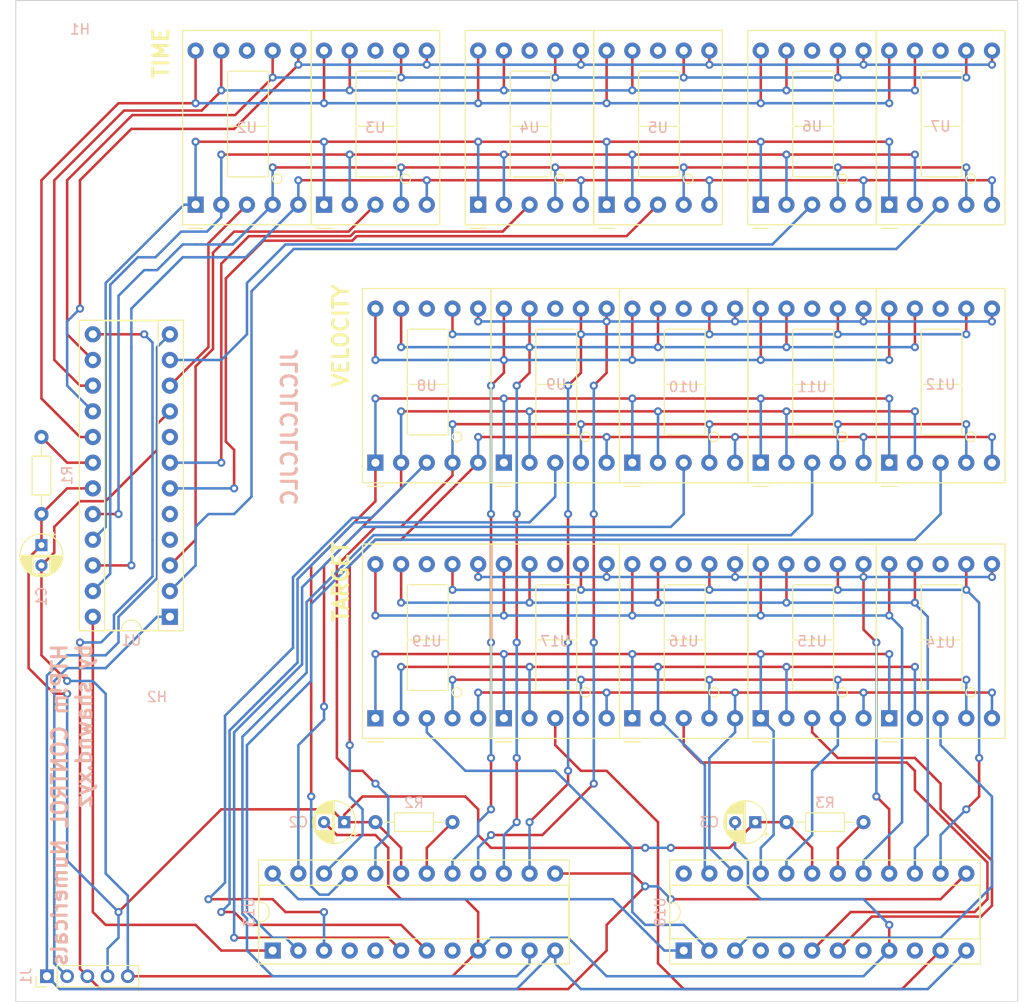
<source format=kicad_pcb>
(kicad_pcb (version 20221018) (generator pcbnew)
  (title_block (title "HTP!m CONTROL Numericals") (date "2023-10-10") (rev "1") (company "shawnd.xyz") (comment 2 "all the 7-segment displays and their data.") (comment 3 "The HTP!m CONTROL Numericals is a section of the HTP!m CONTROL display that handles"))
  (layers (0 "F.Cu" signal) (31 "B.Cu" signal) (34 "B.Paste" user) (35 "F.Paste" user) (36 "B.SilkS" user "B.Silkscreen") (37 "F.SilkS" user "F.Silkscreen") (38 "B.Mask" user) (39 "F.Mask" user) (44 "Edge.Cuts" user))
  (net 0 "")
  (net 1 "+5V")
  (net 2 "GND")
  (net 3 "Net-(J1-Pin_1)")
  (net 4 "Net-(J1-Pin_2)")
  (net 5 "Net-(J1-Pin_3)")
  (net 6 "Net-(U1-ISET)")
  (net 7 "Net-(U18-ISET)")
  (net 8 "Net-(U13-ISET)")
  (net 9 "Net-(U1-DIG_0)")
  (net 10 "Net-(U1-DIG_4)")
  (net 12 "Net-(U1-DIG_2)")
  (net 13 "Net-(U1-DIG_3)")
  (net 15 "Net-(U1-DIG_5)")
  (net 16 "Net-(U1-DIG_1)")
  (net 17 "Net-(U1-SEG_A)")
  (net 18 "Net-(U1-SEG_F)")
  (net 19 "Net-(U1-SEG_B)")
  (net 20 "Net-(U1-SEG_G)")
  (net 21 "Net-(U1-SEG_C)")
  (net 22 "Net-(U1-SEG_E)")
  (net 23 "Net-(U1-SEG_DP)")
  (net 24 "Net-(U1-SEG_D)")
  (net 25 "Net-(U1-DOUT)")
  (net 26 "Net-(U10-E)")
  (net 27 "Net-(U10-D)")
  (net 28 "Net-(U18-DIG_4)")
  (net 29 "Net-(U10-C)")
  (net 30 "Net-(U10-DP)")
  (net 31 "Net-(U10-B)")
  (net 32 "Net-(U10-A)")
  (net 33 "Net-(U10-F)")
  (net 34 "Net-(U10-G)")
  (net 35 "Net-(U18-DIG_3)")
  (net 36 "Net-(U18-DIG_2)")
  (net 37 "Net-(U18-DIG_1)")
  (net 38 "Net-(U18-DIG_0)")
  (net 39 "Net-(U13-DIG_0)")
  (net 40 "Net-(U13-DIG_4)")
  (net 42 "Net-(U13-DIG_2)")
  (net 43 "Net-(U13-DIG_3)")
  (net 46 "Net-(U13-DIG_1)")
  (net 50 "Net-(U13-DOUT)")
  (net 51 "Net-(U14-E)")
  (net 52 "Net-(U14-D)")
  (net 53 "Net-(U14-C)")
  (net 54 "Net-(U14-DP)")
  (net 55 "Net-(U14-B)")
  (net 56 "Net-(U14-A)")
  (net 57 "Net-(U14-F)")
  (net 58 "Net-(U14-G)")
  (footprint "MountingHole:MountingHole_2.5mm" (layer "F.Cu") (at 109.22 113.03)
    (fp_text reference "H2")
    (fp_text value "MountingHole")
  )
  (footprint "Display_7Segment:D1X8K" (layer "F.Cu") (at 181.61 86.36 90)
    (fp_text reference "U12")
    (fp_text value "D168K")
  )
  (footprint "Display_7Segment:D1X8K" (layer "F.Cu") (at 181.61 111.6375 90)
    (fp_text reference "U14")
    (fp_text value "D168K")
  )
  (footprint "Display_7Segment:D1X8K" (layer "F.Cu") (at 156.21 111.6375 90)
    (fp_text reference "U16")
    (fp_text value "D168K")
  )
  (footprint "Display_7Segment:D1X8K" (layer "F.Cu") (at 168.91 86.36 90)
    (fp_text reference "U11")
    (fp_text value "D168K")
  )
  (footprint "Display_7Segment:D1X8K" (layer "F.Cu") (at 143.51 111.6375 90)
    (fp_text reference "U17")
    (fp_text value "D168K")
  )
  (footprint "MountingHole:MountingHole_2.5mm" (layer "F.Cu") (at 101.6 46.99)
    (fp_text reference "H1")
    (fp_text value "MountingHole")
  )
  (footprint "Resistor_THT:R_Axial_DIN0204_L3.6mm_D1.6mm_P7.62mm_Horizontal" (layer "F.Cu") (at 130.81 121.92)
    (fp_text reference "R2")
    (fp_text value "15kΩ")
  )
  (footprint "Resistor_THT:R_Axial_DIN0204_L3.6mm_D1.6mm_P7.62mm_Horizontal" (layer "F.Cu") (at 171.45 121.92)
    (fp_text reference "R3")
    (fp_text value "15kΩ")
  )
  (footprint "Package_DIP:DIP-24_W7.62mm_Socket" (layer "F.Cu") (at 120.65 134.62 90)
    (fp_text reference "U13")
    (fp_text value "MAX7219")
  )
  (footprint "Package_DIP:DIP-24_W7.62mm_Socket" (layer "F.Cu") (at 110.49 101.6 180)
    (fp_text reference "U1")
    (fp_text value "MAX7219")
  )
  (footprint "Resistor_THT:R_Axial_DIN0204_L3.6mm_D1.6mm_P7.62mm_Horizontal" (layer "F.Cu") (at 97.79 91.44 90)
    (fp_text reference "R1")
    (fp_text value "15kΩ")
  )
  (footprint "Display_7Segment:D1X8K" (layer "F.Cu") (at 153.67 60.8375 90)
    (fp_text reference "U5")
    (fp_text value "D168K")
  )
  (footprint "Display_7Segment:D1X8K" (layer "F.Cu") (at 130.81 111.6375 90)
    (fp_text reference "U19")
    (fp_text value "D168K")
  )
  (footprint "Package_DIP:DIP-24_W7.62mm_Socket" (layer "F.Cu") (at 161.29 134.62 90)
    (fp_text reference "U18")
    (fp_text value "MAX7219")
  )
  (footprint "Display_7Segment:D1X8K" (layer "F.Cu") (at 168.91 111.6375 90)
    (fp_text reference "U15")
    (fp_text value "D168K")
  )
  (footprint "Display_7Segment:D1X8K" (layer "F.Cu") (at 143.51 86.36 90)
    (fp_text reference "U9")
    (fp_text value "D168K")
  )
  (footprint "Display_7Segment:D1X8K" (layer "F.Cu") (at 168.91 60.8375 90)
    (fp_text reference "U6")
    (fp_text value "D168K")
  )
  (footprint "Display_7Segment:D1X8K" (layer "F.Cu") (at 130.81 86.36 90)
    (fp_text reference "U8")
    (fp_text value "D168K")
  )
  (footprint "Connector_PinHeader_2.00mm:PinHeader_1x05_P2.00mm_Vertical" (layer "F.Cu") (at 98.33 137.16 90)
    (fp_text reference "J1")
    (fp_text value "Conn_01x05_Socket" hide)
  )
  (footprint "Display_7Segment:D1X8K" (layer "F.Cu") (at 156.21 86.36 90)
    (fp_text reference "U10")
    (fp_text value "D168K")
  )
  (footprint "Display_7Segment:D1X8K" (layer "F.Cu") (at 113.03 60.8375 90)
    (fp_text reference "U2")
    (fp_text value "D168K")
  )
  (footprint "Display_7Segment:D1X8K" (layer "F.Cu") (at 140.97 60.8375 90)
    (fp_text reference "U4")
    (fp_text value "D168K")
  )
  (footprint "Capacitor_THT:CP_Radial_D4.0mm_P2.00mm" (layer "F.Cu") (at 127.73 121.92 180)
    (fp_text reference "C2")
    (fp_text value "10μF")
  )
  (footprint "Capacitor_THT:CP_Radial_D4.0mm_P2.00mm" (layer "F.Cu") (at 168.37 121.92 180)
    (fp_text reference "C3")
    (fp_text value "10μF")
  )
  (footprint "Display_7Segment:D1X8K" (layer "F.Cu") (at 181.61 60.8375 90)
    (fp_text reference "U7")
    (fp_text value "D168K")
  )
  (footprint "Display_7Segment:D1X8K" (layer "F.Cu") (at 125.73 60.8375 90)
    (fp_text reference "U3")
    (fp_text value "D168K")
  )
  (footprint "Capacitor_THT:CP_Radial_D4.0mm_P2.00mm" (layer "F.Cu") (at 97.79 94.52 -90)
    (fp_text reference "C1")
    (fp_text value "10μF")
  )
  (gr_rect (start 95.25 40.64) (end 194.31 139.7) (stroke (width 0.1)) (fill none) (layer "Edge.Cuts"))
  (gr_text "JLCJLCJLCJLC" (at 123.19 74.93 90) (layer "B.SilkS") (effects (font (size 1.5 1.5) (thickness 0.3) bold) (justify left bottom mirror)))
  (gr_text "HTP!m CONTROL Numericals\nby shawnd.xyz" (at 102.87 104.14 90) (layer "B.SilkS") (effects (font (size 1.5 1.5) (thickness 0.3) bold) (justify left bottom mirror)))
  (gr_text "VELOCITY" (at 128.27 68.58 90) (layer "F.SilkS") (effects (font (size 1.5 1.5) (thickness 0.3) bold) (justify right bottom)))
  (gr_text "TIME" (at 110.49 43.18 90) (layer "F.SilkS") (effects (font (size 1.5 1.5) (thickness 0.3) bold) (justify right bottom)))
  (gr_text "TARGET" (at 128.27 93.98 90) (layer "F.SilkS") (effects (font (size 1.5 1.5) (thickness 0.3) bold) (justify right bottom)))
  (segment (start 165.83 124.46) (end 163.83 124.46) (width 0.25) (layer "F.Cu") (net 1))
  (segment (start 100.33 88.9) (end 102.87 88.9) (width 0.25) (layer "F.Cu") (net 1))
  (segment (start 100.33 109.22) (end 99.06 109.22) (width 0.25) (layer "F.Cu") (net 1))
  (segment (start 97.79 91.44) (end 100.33 88.9) (width 0.25) (layer "F.Cu") (net 1))
  (segment (start 126.46 120.65) (end 115.57 120.65) (width 0.25) (layer "F.Cu") (net 1))
  (segment (start 127.73 121.92) (end 126.46 120.65) (width 0.25) (layer "F.Cu") (net 1))
  (segment (start 140.97 120.65) (end 139.7 119.38) (width 0.25) (layer "F.Cu") (net 1))
  (segment (start 168.37 121.92) (end 171.45 121.92) (width 0.25) (layer "F.Cu") (net 1))
  (segment (start 163.83 124.46) (end 160.02 124.46) (width 0.25) (layer "F.Cu") (net 1))
  (segment (start 130.81 121.92) (end 127.73 121.92) (width 0.25) (layer "F.Cu") (net 1))
  (segment (start 96.52 95.79) (end 97.79 94.52) (width 0.25) (layer "F.Cu") (net 1))
  (segment (start 127.73 121.19) (end 127.73 121.92) (width 0.25) (layer "F.Cu") (net 1))
  (segment (start 168.37 121.92) (end 165.83 124.46) (width 0.25) (layer "F.Cu") (net 1))
  (segment (start 97.79 94.52) (end 97.79 91.44) (width 0.25) (layer "F.Cu") (net 1))
  (segment (start 171.45 121.92) (end 173.99 124.46) (width 0.25) (layer "F.Cu") (net 1))
  (segment (start 157.48 124.46) (end 142.24 124.46) (width 0.25) (layer "F.Cu") (net 1))
  (segment (start 142.24 124.46) (end 140.97 123.19) (width 0.25) (layer "F.Cu") (net 1))
  (segment (start 129.54 119.38) (end 127.73 121.19) (width 0.25) (layer "F.Cu") (net 1))
  (segment (start 96.52 106.68) (end 96.52 95.79) (width 0.25) (layer "F.Cu") (net 1))
  (segment (start 99.06 109.22) (end 96.52 106.68) (width 0.25) (layer "F.Cu") (net 1))
  (segment (start 115.57 120.65) (end 105.41 130.81) (width 0.25) (layer "F.Cu") (net 1))
  (segment (start 140.97 123.19) (end 140.97 120.65) (width 0.25) (layer "F.Cu") (net 1))
  (segment (start 133.35 124.46) (end 133.35 127) (width 0.25) (layer "F.Cu") (net 1))
  (segment (start 173.99 124.46) (end 173.99 127) (width 0.25) (layer "F.Cu") (net 1))
  (segment (start 130.81 121.92) (end 133.35 124.46) (width 0.25) (layer "F.Cu") (net 1))
  (segment (start 139.7 119.38) (end 129.54 119.38) (width 0.25) (layer "F.Cu") (net 1))
  (via (at 105.41 130.81) (size 0.8) (drill 0.4) (layers "F.Cu" "B.Cu") (net 1))
  (via (at 157.48 124.46) (size 0.8) (drill 0.4) (layers "F.Cu" "B.Cu") (net 1))
  (via (at 100.33 109.22) (size 0.8) (drill 0.4) (layers "F.Cu" "B.Cu") (net 1))
  (via (at 160.02 124.46) (size 0.8) (drill 0.4) (layers "F.Cu" "B.Cu") (net 1))
  (segment (start 105.41 130.81) (end 105.41 133.35) (width 0.25) (layer "B.Cu") (net 1))
  (segment (start 160.02 124.46) (end 157.48 124.46) (width 0.25) (layer "B.Cu") (net 1))
  (segment (start 105.41 133.35) (end 104.33 134.43) (width 0.25) (layer "B.Cu") (net 1))
  (segment (start 104.33 134.43) (end 104.33 137.16) (width 0.25) (layer "B.Cu") (net 1))
  (segment (start 105.41 130.81) (end 100.33 125.73) (width 0.25) (layer "B.Cu") (net 1))
  (segment (start 100.33 125.73) (end 100.33 109.22) (width 0.25) (layer "B.Cu") (net 1))
  (segment (start 181.61 134.62) (end 181.61 132.08) (width 0.25) (layer "F.Cu") (net 2))
  (segment (start 104.14 90.17) (end 109.22 85.09) (width 0.25) (layer "F.Cu") (net 2))
  (segment (start 132.08 124.46) (end 132.08 128.27) (width 0.25) (layer "F.Cu") (net 2))
  (segment (start 125.73 121.92) (end 127 123.19) (width 0.25) (layer "F.Cu") (net 2))
  (segment (start 140.97 130.81) (end 140.97 134.62) (width 0.25) (layer "F.Cu") (net 2))
  (segment (start 109.22 82.55) (end 110.49 81.28) (width 0.25) (layer "F.Cu") (net 2))
  (segment (start 97.79 105.41) (end 100.33 107.95) (width 0.25) (layer "F.Cu") (net 2))
  (segment (start 132.08 128.27) (end 133.35 129.54) (width 0.25) (layer "F.Cu") (net 2))
  (segment (start 139.7 129.54) (end 140.97 130.81) (width 0.25) (layer "F.Cu") (net 2))
  (segment (start 101.6 90.17) (end 104.14 90.17) (width 0.25) (layer "F.Cu") (net 2))
  (segment (start 97.79 96.52) (end 97.79 105.41) (width 0.25) (layer "F.Cu") (net 2))
  (segment (start 138.43 137.16) (end 106.33 137.16) (width 0.25) (layer "F.Cu") (net 2))
  (segment (start 109.22 85.09) (end 109.22 82.55) (width 0.25) (layer "F.Cu") (net 2))
  (segment (start 130.81 123.19) (end 132.08 124.46) (width 0.25) (layer "F.Cu") (net 2))
  (segment (start 133.35 129.54) (end 139.7 129.54) (width 0.25) (layer "F.Cu") (net 2))
  (segment (start 127 123.19) (end 130.81 123.19) (width 0.25) (layer "F.Cu") (net 2))
  (segment (start 99.06 95.25) (end 99.06 92.71) (width 0.25) (layer "F.Cu") (net 2))
  (segment (start 97.79 96.52) (end 99.06 95.25) (width 0.25) (layer "F.Cu") (net 2))
  (segment (start 99.06 92.71) (end 101.6 90.17) (width 0.25) (layer "F.Cu") (net 2))
  (segment (start 140.97 134.62) (end 138.43 137.16) (width 0.25) (layer "F.Cu") (net 2))
  (via (at 100.33 107.95) (size 0.8) (drill 0.4) (layers "F.Cu" "B.Cu") (net 2))
  (via (at 181.61 132.08) (size 0.8) (drill 0.4) (layers "F.Cu" "B.Cu") (net 2))
  (segment (start 104.14 127) (end 106.33 129.19) (width 0.25) (layer "B.Cu") (net 2))
  (segment (start 104.14 109.22) (end 104.14 127) (width 0.25) (layer "B.Cu") (net 2))
  (segment (start 166.37 124.46) (end 166.37 121.92) (width 0.25) (layer "B.Cu") (net 2))
  (segment (start 149.86 133.35) (end 142.24 133.35) (width 0.25) (layer "B.Cu") (net 2))
  (segment (start 100.33 107.95) (end 102.87 107.95) (width 0.25) (layer "B.Cu") (net 2))
  (segment (start 179.07 129.54) (end 168.91 129.54) (width 0.25) (layer "B.Cu") (net 2))
  (segment (start 181.61 132.08) (end 179.07 129.54) (width 0.25) (layer "B.Cu") (net 2))
  (segment (start 181.61 134.62) (end 179.07 137.16) (width 0.25) (layer "B.Cu") (net 2))
  (segment (start 167.64 125.73) (end 166.37 124.46) (width 0.25) (layer "B.Cu") (net 2))
  (segment (start 168.91 129.54) (end 167.64 128.27) (width 0.25) (layer "B.Cu") (net 2))
  (segment (start 106.33 129.19) (end 106.33 137.16) (width 0.25) (layer "B.Cu") (net 2))
  (segment (start 102.87 107.95) (end 104.14 109.22) (width 0.25) (layer "B.Cu") (net 2))
  (segment (start 167.64 128.27) (end 167.64 125.73) (width 0.25) (layer "B.Cu") (net 2))
  (segment (start 142.24 133.35) (end 140.97 134.62) (width 0.25) (layer "B.Cu") (net 2))
  (segment (start 153.67 137.16) (end 149.86 133.35) (width 0.25) (layer "B.Cu") (net 2))
  (segment (start 179.07 137.16) (end 153.67 137.16) (width 0.25) (layer "B.Cu") (net 2))
  (segment (start 144.78 138.43) (end 99.6 138.43) (width 0.25) (layer "B.Cu") (net 3))
  (segment (start 110.49 73.66) (end 109.22 74.93) (width 0.25) (layer "B.Cu") (net 3))
  (segment (start 148.59 134.62) (end 148.59 135.89) (width 0.25) (layer "B.Cu") (net 3))
  (segment (start 109.22 74.93) (end 109.22 97.79) (width 0.25) (layer "B.Cu") (net 3))
  (segment (start 109.22 97.79) (end 105.41 101.6) (width 0.25) (layer "B.Cu") (net 3))
  (segment (start 185.42 138.43) (end 189.23 134.62) (width 0.25) (layer "B.Cu") (net 3))
  (segment (start 148.59 135.89) (end 151.13 138.43) (width 0.25) (layer "B.Cu") (net 3))
  (segment (start 148.59 134.62) (end 144.78 138.43) (width 0.25) (layer "B.Cu") (net 3))
  (segment (start 99.6 138.43) (end 98.33 137.16) (width 0.25) (layer "B.Cu") (net 3))
  (segment (start 105.41 101.6) (end 105.41 104.14) (width 0.25) (layer "B.Cu") (net 3))
  (segment (start 105.41 104.14) (end 104.14 105.41) (width 0.25) (layer "B.Cu") (net 3))
  (segment (start 104.14 105.41) (end 100.33 105.41) (width 0.25) (layer "B.Cu") (net 3))
  (segment (start 100.33 105.41) (end 98.33 107.41) (width 0.25) (layer "B.Cu") (net 3))
  (segment (start 98.33 107.41) (end 98.33 137.16) (width 0.25) (layer "B.Cu") (net 3))
  (segment (start 151.13 138.43) (end 185.42 138.43) (width 0.25) (layer "B.Cu") (net 3))
  (segment (start 100.33 106.68) (end 99.06 107.95) (width 0.25) (layer "B.Cu") (net 4))
  (segment (start 99.06 107.95) (end 99.06 135.89) (width 0.25) (layer "B.Cu") (net 4))
  (segment (start 110.49 101.6) (end 109.22 101.6) (width 0.25) (layer "B.Cu") (net 4))
  (segment (start 99.06 135.89) (end 100.33 137.16) (width 0.25) (layer "B.Cu") (net 4))
  (segment (start 109.22 101.6) (end 104.14 106.68) (width 0.25) (layer "B.Cu") (net 4))
  (segment (start 104.14 106.68) (end 100.33 106.68) (width 0.25) (layer "B.Cu") (net 4))
  (segment (start 189.23 127) (end 186.69 129.54) (width 0.25) (layer "F.Cu") (net 5))
  (segment (start 103.6 138.43) (end 102.33 137.16) (width 0.25) (layer "F.Cu") (net 5))
  (segment (start 157.48 128.27) (end 153.67 132.08) (width 0.25) (layer "F.Cu") (net 5))
  (segment (start 101.6 136.43) (end 102.33 137.16) (width 0.25) (layer "F.Cu") (net 5))
  (segment (start 149.86 138.43) (end 103.6 138.43) (width 0.25) (layer "F.Cu") (net 5))
  (segment (start 186.69 129.54) (end 160.02 129.54) (width 0.25) (layer "F.Cu") (net 5))
  (segment (start 102.87 73.66) (end 107.95 73.66) (width 0.25) (layer "F.Cu") (net 5))
  (segment (start 156.21 127) (end 148.59 127) (width 0.25) (layer "F.Cu") (net 5))
  (segment (start 101.6 104.14) (end 101.6 136.43) (width 0.25) (layer "F.Cu") (net 5))
  (segment (start 153.67 132.08) (end 153.67 134.62) (width 0.25) (layer "F.Cu") (net 5))
  (segment (start 157.48 128.27) (end 156.21 127) (width 0.25) (layer "F.Cu") (net 5))
  (segment (start 153.67 134.62) (end 149.86 138.43) (width 0.25) (layer "F.Cu") (net 5))
  (via (at 107.95 73.66) (size 0.8) (drill 0.4) (layers "F.Cu" "B.Cu") (net 5))
  (via (at 160.02 129.54) (size 0.8) (drill 0.4) (layers "F.Cu" "B.Cu") (net 5))
  (via (at 101.6 104.14) (size 0.8) (drill 0.4) (layers "F.Cu" "B.Cu") (net 5))
  (via (at 157.48 128.27) (size 0.8) (drill 0.4) (layers "F.Cu" "B.Cu") (net 5))
  (segment (start 104.96 102.87) (end 103.69 104.14) (width 0.25) (layer "B.Cu") (net 5))
  (segment (start 108.77 74.48) (end 108.77 93.98) (width 0.25) (layer "B.Cu") (net 5))
  (segment (start 108.77 93.98) (end 108.77 97.603604) (width 0.25) (layer "B.Cu") (net 5))
  (segment (start 160.02 129.54) (end 158.75 128.27) (width 0.25) (layer "B.Cu") (net 5))
  (segment (start 158.75 128.27) (end 157.48 128.27) (width 0.25) (layer "B.Cu") (net 5))
  (segment (start 107.95 73.66) (end 108.77 74.48) (width 0.25) (layer "B.Cu") (net 5))
  (segment (start 104.96 101.413604) (end 104.96 102.87) (width 0.25) (layer "B.Cu") (net 5))
  (segment (start 103.69 104.14) (end 101.6 104.14) (width 0.25) (layer "B.Cu") (net 5))
  (segment (start 106.361802 100.011802) (end 104.96 101.413604) (width 0.25) (layer "B.Cu") (net 5))
  (segment (start 108.77 97.603604) (end 106.361802 100.011802) (width 0.25) (layer "B.Cu") (net 5))
  (segment (start 97.79 83.82) (end 100.33 86.36) (width 0.25) (layer "F.Cu") (net 6))
  (segment (start 100.33 86.36) (end 102.87 86.36) (width 0.25) (layer "F.Cu") (net 6))
  (segment (start 176.53 127) (end 176.53 124.46) (width 0.25) (layer "F.Cu") (net 7))
  (segment (start 176.53 124.46) (end 179.07 121.92) (width 0.25) (layer "F.Cu") (net 7))
  (segment (start 135.89 127) (end 135.89 124.46) (width 0.25) (layer "F.Cu") (net 8))
  (segment (start 135.89 124.46) (end 138.43 121.92) (width 0.25) (layer "F.Cu") (net 8))
  (segment (start 118.56 89.72) (end 116.84 91.44) (width 0.25) (layer "B.Cu") (net 9))
  (segment (start 113.03 92.71) (end 113.03 96.52) (width 0.25) (layer "B.Cu") (net 9))
  (segment (start 186.69 60.8375) (end 182.3075 65.22) (width 0.25) (layer "B.Cu") (net 9))
  (segment (start 116.84 91.44) (end 114.3 91.44) (width 0.25) (layer "B.Cu") (net 9))
  (segment (start 114.3 91.44) (end 113.03 92.71) (width 0.25) (layer "B.Cu") (net 9))
  (segment (start 118.56 69.4) (end 118.56 89.72) (width 0.25) (layer "B.Cu") (net 9))
  (segment (start 113.03 96.52) (end 110.49 99.06) (width 0.25) (layer "B.Cu") (net 9))
  (segment (start 182.3075 65.22) (end 122.74 65.22) (width 0.25) (layer "B.Cu") (net 9))
  (segment (start 122.74 65.22) (end 118.56 69.4) (width 0.25) (layer "B.Cu") (net 9))
  (segment (start 114.75 75.116396) (end 113.03 76.836396) (width 0.25) (layer "F.Cu") (net 10))
  (segment (start 114.75 65.59) (end 114.75 75.116396) (width 0.25) (layer "F.Cu") (net 10))
  (segment (start 130.81 60.8375) (end 128.1475 63.5) (width 0.25) (layer "F.Cu") (net 10))
  (segment (start 128.1475 63.5) (end 116.84 63.5) (width 0.25) (layer "F.Cu") (net 10))
  (segment (start 113.03 76.836396) (end 113.03 93.98) (width 0.25) (layer "F.Cu") (net 10))
  (segment (start 113.03 93.98) (end 110.49 96.52) (width 0.25) (layer "F.Cu") (net 10))
  (segment (start 116.84 63.5) (end 114.75 65.59) (width 0.25) (layer "F.Cu") (net 10))
  (segment (start 116.84 85.09) (end 116.84 88.9) (width 0.25) (layer "F.Cu") (net 12))
  (segment (start 116.02 68.131396) (end 116.02 84.27) (width 0.25) (layer "F.Cu") (net 12))
  (segment (start 155.6375 63.95) (end 128.970292 63.95) (width 0.25) (layer "F.Cu") (net 12))
  (segment (start 128.970292 63.95) (end 128.520292 64.4) (width 0.25) (layer "F.Cu") (net 12))
  (segment (start 119.751396 64.4) (end 116.02 68.131396) (width 0.25) (layer "F.Cu") (net 12))
  (segment (start 128.520292 64.4) (end 119.751396 64.4) (width 0.25) (layer "F.Cu") (net 12))
  (segment (start 158.75 60.8375) (end 155.6375 63.95) (width 0.25) (layer "F.Cu") (net 12))
  (segment (start 116.02 84.27) (end 116.84 85.09) (width 0.25) (layer "F.Cu") (net 12))
  (via (at 116.84 88.9) (size 0.8) (drill 0.4) (layers "F.Cu" "B.Cu") (net 12))
  (segment (start 116.84 88.9) (end 110.49 88.9) (width 0.25) (layer "B.Cu") (net 12))
  (segment (start 143.3875 63.5) (end 128.783896 63.5) (width 0.25) (layer "F.Cu") (net 13))
  (segment (start 115.57 85.09) (end 115.57 86.36) (width 0.25) (layer "F.Cu") (net 13))
  (segment (start 146.05 60.8375) (end 143.3875 63.5) (width 0.25) (layer "F.Cu") (net 13))
  (segment (start 118.296396 63.95) (end 115.57 66.676396) (width 0.25) (layer "F.Cu") (net 13))
  (segment (start 115.57 66.676396) (end 115.57 85.09) (width 0.25) (layer "F.Cu") (net 13))
  (segment (start 128.783896 63.5) (end 128.333896 63.95) (width 0.25) (layer "F.Cu") (net 13))
  (segment (start 128.333896 63.95) (end 118.296396 63.95) (width 0.25) (layer "F.Cu") (net 13))
  (via (at 115.57 86.36) (size 0.8) (drill 0.4) (layers "F.Cu" "B.Cu") (net 13))
  (segment (start 115.57 86.36) (end 110.49 86.36) (width 0.25) (layer "B.Cu") (net 13))
  (segment (start 114.3 64.6475) (end 114.3 74.93) (width 0.25) (layer "F.Cu") (net 15))
  (segment (start 118.11 60.8375) (end 114.3 64.6475) (width 0.25) (layer "F.Cu") (net 15))
  (segment (start 114.3 74.93) (end 110.49 78.74) (width 0.25) (layer "F.Cu") (net 15))
  (segment (start 118.11 73.66) (end 115.57 76.2) (width 0.25) (layer "B.Cu") (net 16))
  (segment (start 115.57 76.2) (end 110.49 76.2) (width 0.25) (layer "B.Cu") (net 16))
  (segment (start 118.11 68.58) (end 118.11 73.66) (width 0.25) (layer "B.Cu") (net 16))
  (segment (start 173.99 60.8375) (end 170.0575 64.77) (width 0.25) (layer "B.Cu") (net 16))
  (segment (start 170.0575 64.77) (end 121.92 64.77) (width 0.25) (layer "B.Cu") (net 16))
  (segment (start 121.92 64.77) (end 118.11 68.58) (width 0.25) (layer "B.Cu") (net 16))
  (segment (start 100.33 58.42) (end 100.33 73.66) (width 0.25) (layer "F.Cu") (net 17))
  (segment (start 120.65 48.26) (end 116.935 51.975) (width 0.25) (layer "F.Cu") (net 17))
  (segment (start 161.29 48.26) (end 161.29 45.5975) (width 0.25) (layer "F.Cu") (net 17))
  (segment (start 106.775 51.975) (end 100.33 58.42) (width 0.25) (layer "F.Cu") (net 17))
  (segment (start 176.53 48.26) (end 176.53 45.5975) (width 0.25) (layer "F.Cu") (net 17))
  (segment (start 148.59 48.26) (end 148.59 45.5975) (width 0.25) (layer "F.Cu") (net 17))
  (segment (start 120.65 48.26) (end 120.65 45.5975) (width 0.25) (layer "F.Cu") (net 17))
  (segment (start 189.23 45.5975) (end 189.23 48.26) (width 0.25) (layer "F.Cu") (net 17))
  (segment (start 100.33 73.66) (end 102.87 76.2) (width 0.25) (layer "F.Cu") (net 17))
  (segment (start 116.935 51.975) (end 106.775 51.975) (width 0.25) (layer "F.Cu") (net 17))
  (segment (start 133.35 48.26) (end 133.35 45.5975) (width 0.25) (layer "F.Cu") (net 17))
  (via (at 120.65 48.26) (size 0.8) (drill 0.4) (layers "F.Cu" "B.Cu") (net 17))
  (via (at 133.35 48.26) (size 0.8) (drill 0.4) (layers "F.Cu" "B.Cu") (net 17))
  (via (at 161.29 48.26) (size 0.8) (drill 0.4) (layers "F.Cu" "B.Cu") (net 17))
  (via (at 148.59 48.26) (size 0.8) (drill 0.4) (layers "F.Cu" "B.Cu") (net 17))
  (via (at 176.53 48.26) (size 0.8) (drill 0.4) (layers "F.Cu" "B.Cu") (net 17))
  (via (at 189.23 48.26) (size 0.8) (drill 0.4) (layers "F.Cu" "B.Cu") (net 17))
  (segment (start 161.29 48.26) (end 148.59 48.26) (width 0.25) (layer "B.Cu") (net 17))
  (segment (start 148.59 48.26) (end 133.35 48.26) (width 0.25) (layer "B.Cu") (net 17))
  (segment (start 189.23 48.26) (end 176.53 48.26) (width 0.25) (layer "B.Cu") (net 17))
  (segment (start 176.53 48.26) (end 161.29 48.26) (width 0.25) (layer "B.Cu") (net 17))
  (segment (start 133.35 48.26) (end 120.65 48.26) (width 0.25) (layer "B.Cu") (net 17))
  (segment (start 99.06 76.2) (end 101.6 78.74) (width 0.25) (layer "F.Cu") (net 18))
  (segment (start 105.955 51.525) (end 99.06 58.42) (width 0.25) (layer "F.Cu") (net 18))
  (segment (start 115.57 45.5975) (end 115.57 49.53) (width 0.25) (layer "F.Cu") (net 18))
  (segment (start 113.629695 51.525) (end 105.955 51.525) (width 0.25) (layer "F.Cu") (net 18))
  (segment (start 128.27 45.5975) (end 128.27 49.53) (width 0.25) (layer "F.Cu") (net 18))
  (segment (start 115.57 49.584695) (end 113.629695 51.525) (width 0.25) (layer "F.Cu") (net 18))
  (segment (start 156.21 45.5975) (end 156.21 49.53) (width 0.25) (layer "F.Cu") (net 18))
  (segment (start 184.15 45.5975) (end 184.15 49.53) (width 0.25) (layer "F.Cu") (net 18))
  (segment (start 171.45 45.5975) (end 171.45 49.53) (width 0.25) (layer "F.Cu") (net 18))
  (segment (start 99.06 58.42) (end 99.06 76.2) (width 0.25) (layer "F.Cu") (net 18))
  (segment (start 143.51 45.5975) (end 143.51 49.53) (width 0.25) (layer "F.Cu") (net 18))
  (segment (start 101.6 78.74) (end 102.87 78.74) (width 0.25) (layer "F.Cu") (net 18))
  (segment (start 115.57 49.53) (end 115.57 49.584695) (width 0.25) (layer "F.Cu") (net 18))
  (via (at 115.57 49.53) (size 0.8) (drill 0.4) (layers "F.Cu" "B.Cu") (net 18))
  (via (at 143.51 49.53) (size 0.8) (drill 0.4) (layers "F.Cu" "B.Cu") (net 18))
  (via (at 156.21 49.53) (size 0.8) (drill 0.4) (layers "F.Cu" "B.Cu") (net 18))
  (via (at 184.15 49.53) (size 0.8) (drill 0.4) (layers "F.Cu" "B.Cu") (net 18))
  (via (at 171.45 49.53) (size 0.8) (drill 0.4) (layers "F.Cu" "B.Cu") (net 18))
  (via (at 128.27 49.53) (size 0.8) (drill 0.4) (layers "F.Cu" "B.Cu") (net 18))
  (segment (start 143.51 49.53) (end 128.27 49.53) (width 0.25) (layer "B.Cu") (net 18))
  (segment (start 128.27 49.53) (end 115.57 49.53) (width 0.25) (layer "B.Cu") (net 18))
  (segment (start 184.15 49.53) (end 171.45 49.53) (width 0.25) (layer "B.Cu") (net 18))
  (segment (start 156.21 49.53) (end 143.51 49.53) (width 0.25) (layer "B.Cu") (net 18))
  (segment (start 171.45 49.53) (end 156.21 49.53) (width 0.25) (layer "B.Cu") (net 18))
  (segment (start 123.19 46.99) (end 116.84 53.34) (width 0.25) (layer "F.Cu") (net 19))
  (segment (start 116.84 53.34) (end 115.57 53.34) (width 0.25) (layer "F.Cu") (net 19))
  (segment (start 123.19 45.5975) (end 123.19 46.99) (width 0.25) (layer "F.Cu") (net 19))
  (segment (start 191.77 45.5975) (end 191.77 46.99) (width 0.25) (layer "F.Cu") (net 19))
  (segment (start 135.89 45.5975) (end 135.89 46.99) (width 0.25) (layer "F.Cu") (net 19))
  (segment (start 151.13 45.5975) (end 151.13 46.99) (width 0.25) (layer "F.Cu") (net 19))
  (segment (start 115.57 53.34) (end 106.68 53.34) (width 0.25) (layer "F.Cu") (net 19))
  (segment (start 102.87 57.15) (end 101.6 58.42) (width 0.25) (layer "F.Cu") (net 19))
  (segment (start 179.07 46.99) (end 179.07 45.5975) (width 0.25) (layer "F.Cu") (net 19))
  (segment (start 101.6 58.42) (end 101.6 71.12) (width 0.25) (layer "F.Cu") (net 19))
  (segment (start 163.83 45.5975) (end 163.83 46.99) (width 0.25) (layer "F.Cu") (net 19))
  (segment (start 106.68 53.34) (end 102.87 57.15) (width 0.25) (layer "F.Cu") (net 19))
  (via (at 101.6 71.12) (size 0.8) (drill 0.4) (layers "F.Cu" "B.Cu") (net 19))
  (via (at 179.07 46.99) (size 0.8) (drill 0.4) (layers "F.Cu" "B.Cu") (net 19))
  (via (at 151.13 46.99) (size 0.8) (drill 0.4) (layers "F.Cu" "B.Cu") (net 19))
  (via (at 163.83 46.99) (size 0.8) (drill 0.4) (layers "F.Cu" "B.Cu") (net 19))
  (via (at 135.89 46.99) (size 0.8) (drill 0.4) (layers "F.Cu" "B.Cu") (net 19))
  (via (at 191.77 46.99) (size 0.8) (drill 0.4) (layers "F.Cu" "B.Cu") (net 19))
  (via (at 123.19 46.99) (size 0.8) (drill 0.4) (layers "F.Cu" "B.Cu") (net 19))
  (segment (start 100.33 78.74) (end 102.87 81.28) (width 0.25) (layer "B.Cu") (net 19))
  (segment (start 135.89 46.99) (end 123.19 46.99) (width 0.25) (layer "B.Cu") (net 19))
  (segment (start 163.83 46.99) (end 151.13 46.99) (width 0.25) (layer "B.Cu") (net 19))
  (segment (start 179.07 46.99) (end 163.83 46.99) (width 0.25) (layer "B.Cu") (net 19))
  (segment (start 191.77 46.99) (end 179.07 46.99) (width 0.25) (layer "B.Cu") (net 19))
  (segment (start 100.33 72.39) (end 100.33 78.74) (width 0.25) (layer "B.Cu") (net 19))
  (segment (start 151.13 46.99) (end 135.89 46.99) (width 0.25) (layer "B.Cu") (net 19))
  (segment (start 101.6 71.12) (end 100.33 72.39) (width 0.25) (layer "B.Cu") (net 19))
  (segment (start 140.97 50.8) (end 140.97 45.5975) (width 0.25) (layer "F.Cu") (net 20))
  (segment (start 101.6 83.82) (end 102.87 83.82) (width 0.25) (layer "F.Cu") (net 20))
  (segment (start 168.91 50.8) (end 168.91 45.5975) (width 0.25) (layer "F.Cu") (net 20))
  (segment (start 105.41 50.8) (end 97.79 58.42) (width 0.25) (layer "F.Cu") (net 20))
  (segment (start 113.03 50.8) (end 105.41 50.8) (width 0.25) (layer "F.Cu") (net 20))
  (segment (start 97.79 80.01) (end 101.6 83.82) (width 0.25) (layer "F.Cu") (net 20))
  (segment (start 181.61 45.5975) (end 181.61 50.8) (width 0.25) (layer "F.Cu") (net 20))
  (segment (start 97.79 58.42) (end 97.79 80.01) (width 0.25) (layer "F.Cu") (net 20))
  (segment (start 113.03 50.8) (end 113.03 45.5975) (width 0.25) (layer "F.Cu") (net 20))
  (segment (start 125.73 50.8) (end 125.73 45.5975) (width 0.25) (layer "F.Cu") (net 20))
  (segment (start 153.67 50.8) (end 153.67 45.5975) (width 0.25) (layer "F.Cu") (net 20))
  (via (at 153.67 50.8) (size 0.8) (drill 0.4) (layers "F.Cu" "B.Cu") (net 20))
  (via (at 125.73 50.8) (size 0.8) (drill 0.4) (layers "F.Cu" "B.Cu") (net 20))
  (via (at 168.91 50.8) (size 0.8) (drill 0.4) (layers "F.Cu" "B.Cu") (net 20))
  (via (at 181.61 50.8) (size 0.8) (drill 0.4) (layers "F.Cu" "B.Cu") (net 20))
  (via (at 113.03 50.8) (size 0.8) (drill 0.4) (layers "F.Cu" "B.Cu") (net 20))
  (via (at 140.97 50.8) (size 0.8) (drill 0.4) (layers "F.Cu" "B.Cu") (net 20))
  (segment (start 181.61 50.8) (end 168.91 50.8) (width 0.25) (layer "B.Cu") (net 20))
  (segment (start 125.73 50.8) (end 113.03 50.8) (width 0.25) (layer "B.Cu") (net 20))
  (segment (start 153.67 50.8) (end 140.97 50.8) (width 0.25) (layer "B.Cu") (net 20))
  (segment (start 140.97 50.8) (end 125.73 50.8) (width 0.25) (layer "B.Cu") (net 20))
  (segment (start 168.91 50.8) (end 153.67 50.8) (width 0.25) (layer "B.Cu") (net 20))
  (segment (start 148.59 57.15) (end 161.29 57.15) (width 0.25) (layer "F.Cu") (net 21))
  (segment (start 133.35 57.15) (end 148.59 57.15) (width 0.25) (layer "F.Cu") (net 21))
  (segment (start 105.41 91.44) (end 102.87 91.44) (width 0.25) (layer "F.Cu") (net 21))
  (segment (start 176.53 57.15) (end 189.23 57.15) (width 0.25) (layer "F.Cu") (net 21))
  (segment (start 120.65 57.15) (end 133.35 57.15) (width 0.25) (layer "F.Cu") (net 21))
  (segment (start 161.29 57.15) (end 176.53 57.15) (width 0.25) (layer "F.Cu") (net 21))
  (via (at 176.53 57.15) (size 0.8) (drill 0.4) (layers "F.Cu" "B.Cu") (net 21))
  (via (at 189.23 57.15) (size 0.8) (drill 0.4) (layers "F.Cu" "B.Cu") (net 21))
  (via (at 133.35 57.15) (size 0.8) (drill 0.4) (layers "F.Cu" "B.Cu") (net 21))
  (via (at 161.29 57.15) (size 0.8) (drill 0.4) (layers "F.Cu" "B.Cu") (net 21))
  (via (at 120.65 57.15) (size 0.8) (drill 0.4) (layers "F.Cu" "B.Cu") (net 21))
  (via (at 105.41 91.44) (size 0.8) (drill 0.4) (layers "F.Cu" "B.Cu") (net 21))
  (via (at 148.59 57.15) (size 0.8) (drill 0.4) (layers "F.Cu" "B.Cu") (net 21))
  (segment (start 120.65 60.8375) (end 120.65 57.15) (width 0.25) (layer "B.Cu") (net 21))
  (segment (start 107.95 67.31) (end 105.41 69.85) (width 0.25) (layer "B.Cu") (net 21))
  (segment (start 113.03 64.77) (end 111.76 64.77) (width 0.25) (layer "B.Cu") (net 21))
  (segment (start 189.23 60.8375) (end 189.23 57.15) (width 0.25) (layer "B.Cu") (net 21))
  (segment (start 161.29 57.15) (end 161.29 60.8375) (width 0.25) (layer "B.Cu") (net 21))
  (segment (start 105.41 69.85) (end 105.41 91.44) (width 0.25) (layer "B.Cu") (net 21))
  (segment (start 148.59 57.15) (end 148.59 60.8375) (width 0.25) (layer "B.Cu") (net 21))
  (segment (start 116.7175 64.77) (end 113.03 64.77) (width 0.25) (layer "B.Cu") (net 21))
  (segment (start 176.53 57.15) (end 176.53 60.8375) (width 0.25) (layer "B.Cu") (net 21))
  (segment (start 111.76 64.77) (end 109.22 67.31) (width 0.25) (layer "B.Cu") (net 21))
  (segment (start 120.65 60.8375) (end 116.7175 64.77) (width 0.25) (layer "B.Cu") (net 21))
  (segment (start 133.35 57.15) (end 133.35 60.8375) (width 0.25) (layer "B.Cu") (net 21))
  (segment (start 109.22 67.31) (end 107.95 67.31) (width 0.25) (layer "B.Cu") (net 21))
  (segment (start 113.03 54.61) (end 125.73 54.61) (width 0.25) (layer "F.Cu") (net 22))
  (segment (start 140.97 54.61) (end 153.67 54.61) (width 0.25) (layer "F.Cu") (net 22))
  (segment (start 153.67 54.61) (end 168.91 54.61) (width 0.25) (layer "F.Cu") (net 22))
  (segment (start 125.73 54.61) (end 140.97 54.61) (width 0.25) (layer "F.Cu") (net 22))
  (segment (start 168.91 54.61) (end 181.61 54.61) (width 0.25) (layer "F.Cu") (net 22))
  (via (at 125.73 54.61) (size 0.8) (drill 0.4) (layers "F.Cu" "B.Cu") (net 22))
  (via (at 168.91 54.61) (size 0.8) (drill 0.4) (layers "F.Cu" "B.Cu") (net 22))
  (via (at 153.67 54.61) (size 0.8) (drill 0.4) (layers "F.Cu" "B.Cu") (net 22))
  (via (at 181.61 54.61) (size 0.8) (drill 0.4) (layers "F.Cu" "B.Cu") (net 22))
  (via (at 113.03 54.61) (size 0.8) (drill 0.4) (layers "F.Cu" "B.Cu") (net 22))
  (via (at 140.97 54.61) (size 0.8) (drill 0.4) (layers "F.Cu" "B.Cu") (net 22))
  (segment (start 111.8825 60.8375) (end 104.14 68.58) (width 0.25) (layer "B.Cu") (net 22))
  (segment (start 140.97 54.61) (end 140.97 60.8375) (width 0.25) (layer "B.Cu") (net 22))
  (segment (start 104.14 92.71) (end 102.87 93.98) (width 0.25) (layer "B.Cu") (net 22))
  (segment (start 104.14 68.58) (end 104.14 92.71) (width 0.25) (layer "B.Cu") (net 22))
  (segment (start 153.67 54.61) (end 153.67 60.8375) (width 0.25) (layer "B.Cu") (net 22))
  (segment (start 125.73 54.61) (end 125.73 60.8375) (width 0.25) (layer "B.Cu") (net 22))
  (segment (start 113.03 60.8375) (end 113.03 54.61) (width 0.25) (layer "B.Cu") (net 22))
  (segment (start 181.61 60.8375) (end 181.61 54.61) (width 0.25) (layer "B.Cu") (net 22))
  (segment (start 168.91 54.61) (end 168.91 60.8375) (width 0.25) (layer "B.Cu") (net 22))
  (segment (start 113.03 60.8375) (end 111.8825 60.8375) (width 0.25) (layer "B.Cu") (net 22))
  (segment (start 151.13 58.42) (end 135.89 58.42) (width 0.25) (layer "F.Cu") (net 23))
  (segment (start 179.07 58.42) (end 163.83 58.42) (width 0.25) (layer "F.Cu") (net 23))
  (segment (start 135.89 58.42) (end 123.19 58.42) (width 0.25) (layer "F.Cu") (net 23))
  (segment (start 191.77 58.42) (end 179.07 58.42) (width 0.25) (layer "F.Cu") (net 23))
  (segment (start 163.83 58.42) (end 151.13 58.42) (width 0.25) (layer "F.Cu") (net 23))
  (segment (start 106.68 96.52) (end 102.87 96.52) (width 0.25) (layer "F.Cu") (net 23))
  (via (at 163.83 58.42) (size 0.8) (drill 0.4) (layers "F.Cu" "B.Cu") (net 23))
  (via (at 123.19 58.42) (size 0.8) (drill 0.4) (layers "F.Cu" "B.Cu") (net 23))
  (via (at 135.89 58.42) (size 0.8) (drill 0.4) (layers "F.Cu" "B.Cu") (net 23))
  (via (at 179.07 58.42) (size 0.8) (drill 0.4) (layers "F.Cu" "B.Cu") (net 23))
  (via (at 191.77 58.42) (size 0.8) (drill 0.4) (layers "F.Cu" "B.Cu") (net 23))
  (via (at 106.68 96.52) (size 0.8) (drill 0.4) (layers "F.Cu" "B.Cu") (net 23))
  (via (at 151.13 58.42) (size 0.8) (drill 0.4) (layers "F.Cu" "B.Cu") (net 23))
  (segment (start 163.83 60.8375) (end 163.83 58.42) (width 0.25) (layer "B.Cu") (net 23))
  (segment (start 117.9875 66.04) (end 114.3 66.04) (width 0.25) (layer "B.Cu") (net 23))
  (segment (start 191.77 60.8375) (end 191.77 58.42) (width 0.25) (layer "B.Cu") (net 23))
  (segment (start 135.89 60.8375) (end 135.89 58.42) (width 0.25) (layer "B.Cu") (net 23))
  (segment (start 123.19 60.8375) (end 117.9875 66.04) (width 0.25) (layer "B.Cu") (net 23))
  (segment (start 114.3 66.04) (end 111.76 66.04) (width 0.25) (layer "B.Cu") (net 23))
  (segment (start 109.22 68.58) (end 106.68 71.12) (width 0.25) (layer "B.Cu") (net 23))
  (segment (start 106.68 71.12) (end 106.68 74.93) (width 0.25) (layer "B.Cu") (net 23))
  (segment (start 123.19 60.8375) (end 123.19 58.42) (width 0.25) (layer "B.Cu") (net 23))
  (segment (start 151.13 60.8375) (end 151.13 58.42) (width 0.25) (layer "B.Cu") (net 23))
  (segment (start 111.76 66.04) (end 109.22 68.58) (width 0.25) (layer "B.Cu") (net 23))
  (segment (start 106.68 74.93) (end 106.68 96.52) (width 0.25) (layer "B.Cu") (net 23))
  (segment (start 179.07 60.8375) (end 179.07 58.42) (width 0.25) (layer "B.Cu") (net 23))
  (segment (start 128.27 55.88) (end 115.57 55.88) (width 0.25) (layer "F.Cu") (net 24))
  (segment (start 171.45 55.88) (end 156.21 55.88) (width 0.25) (layer "F.Cu") (net 24))
  (segment (start 184.15 55.88) (end 171.45 55.88) (width 0.25) (layer "F.Cu") (net 24))
  (segment (start 143.51 55.88) (end 128.27 55.88) (width 0.25) (layer "F.Cu") (net 24))
  (segment (start 156.21 55.88) (end 143.51 55.88) (width 0.25) (layer "F.Cu") (net 24))
  (via (at 128.27 55.88) (size 0.8) (drill 0.4) (layers "F.Cu" "B.Cu") (net 24))
  (via (at 143.51 55.88) (size 0.8) (drill 0.4) (layers "F.Cu" "B.Cu") (net 24))
  (via (at 184.15 55.88) (size 0.8) (drill 0.4) (layers "F.Cu" "B.Cu") (net 24))
  (via (at 115.57 55.88) (size 0.8) (drill 0.4) (layers "F.Cu" "B.Cu") (net 24))
  (via (at 156.21 55.88) (size 0.8) (drill 0.4) (layers "F.Cu" "B.Cu") (net 24))
  (via (at 171.45 55.88) (size 0.8) (drill 0.4) (layers "F.Cu" "B.Cu") (net 24))
  (segment (start 111.601599 63.5) (end 109.061599 66.04) (width 0.25) (layer "B.Cu") (net 24))
  (segment (start 156.21 60.8375) (end 156.21 55.88) (width 0.25) (layer "B.Cu") (net 24))
  (segment (start 184.15 60.8375) (end 184.15 55.88) (width 0.25) (layer "B.Cu") (net 24))
  (segment (start 107.316396 66.04) (end 104.59 68.766396) (width 0.25) (layer "B.Cu") (net 24))
  (segment (start 104.59 97.34) (end 102.87 99.06) (width 0.25) (layer "B.Cu") (net 24))
  (segment (start 171.45 60.8375) (end 171.45 55.88) (width 0.25) (layer "B.Cu") (net 24))
  (segment (start 115.57 60.8375) (end 115.57 62.085) (width 0.25) (layer "B.Cu") (net 24))
  (segment (start 115.57 62.085) (end 114.155 63.5) (width 0.25) (layer "B.Cu") (net 24))
  (segment (start 104.59 68.766396) (end 104.59 97.34) (width 0.25) (layer "B.Cu") (net 24))
  (segment (start 115.57 60.8375) (end 115.57 55.88) (width 0.25) (layer "B.Cu") (net 24))
  (segment (start 143.51 60.8375) (end 143.51 55.88) (width 0.25) (layer "B.Cu") (net 24))
  (segment (start 114.155 63.5) (end 111.601599 63.5) (width 0.25) (layer "B.Cu") (net 24))
  (segment (start 128.27 60.8375) (end 128.27 55.88) (width 0.25) (layer "B.Cu") (net 24))
  (segment (start 109.061599 66.04) (end 107.316396 66.04) (width 0.25) (layer "B.Cu") (net 24))
  (segment (start 115.57 134.62) (end 120.65 134.62) (width 0.25) (layer "F.Cu") (net 25))
  (segment (start 102.87 130.81) (end 104.14 132.08) (width 0.25) (layer "F.Cu") (net 25))
  (segment (start 102.87 101.6) (end 102.87 130.81) (width 0.25) (layer "F.Cu") (net 25))
  (segment (start 113.03 132.08) (end 115.57 134.62) (width 0.25) (layer "F.Cu") (net 25))
  (segment (start 104.14 132.08) (end 113.03 132.08) (width 0.25) (layer "F.Cu") (net 25))
  (segment (start 124.46 110.49) (end 124.46 119.38) (width 0.25) (layer "F.Cu") (net 26))
  (segment (start 130.81 86.36) (end 130.81 90.17) (width 0.25) (layer "F.Cu") (net 26))
  (segment (start 168.91 80.01) (end 181.61 80.01) (width 0.25) (layer "F.Cu") (net 26))
  (segment (start 130.81 80.01) (end 143.51 80.01) (width 0.25) (layer "F.Cu") (net 26))
  (segment (start 156.21 80.01) (end 168.91 80.01) (width 0.25) (layer "F.Cu") (net 26))
  (segment (start 124.46 96.52) (end 124.46 110.49) (width 0.25) (layer "F.Cu") (net 26))
  (segment (start 130.81 90.17) (end 127 93.98) (width 0.25) (layer "F.Cu") (net 26))
  (segment (start 143.51 80.01) (end 156.21 80.01) (width 0.25) (layer "F.Cu") (net 26))
  (segment (start 127 93.98) (end 124.46 96.52) (width 0.25) (layer "F.Cu") (net 26))
  (via (at 130.81 80.01) (size 0.8) (drill 0.4) (layers "F.Cu" "B.Cu") (net 26))
  (via (at 143.51 80.01) (size 0.8) (drill 0.4) (layers "F.Cu" "B.Cu") (net 26))
  (via (at 156.21 80.01) (size 0.8) (drill 0.4) (layers "F.Cu" "B.Cu") (net 26))
  (via (at 181.61 80.01) (size 0.8) (drill 0.4) (layers "F.Cu" "B.Cu") (net 26))
  (via (at 124.46 119.38) (size 0.8) (drill 0.4) (layers "F.Cu" "B.Cu") (net 26))
  (via (at 168.91 80.01) (size 0.8) (drill 0.4) (layers "F.Cu" "B.Cu") (net 26))
  (segment (start 181.61 86.36) (end 181.61 80.01) (width 0.25) (layer "B.Cu") (net 26))
  (segment (start 124.46 119.38) (end 124.46 128.27) (width 0.25) (layer "B.Cu") (net 26))
  (segment (start 168.91 80.01) (end 168.91 86.36) (width 0.25) (layer "B.Cu") (net 26))
  (segment (start 124.46 128.27) (end 125.28 129.09) (width 0.25) (layer "B.Cu") (net 26))
  (segment (start 156.21 80.01) (end 156.21 86.36) (width 0.25) (layer "B.Cu") (net 26))
  (segment (start 126.18 129.09) (end 128.27 127) (width 0.25) (layer "B.Cu") (net 26))
  (segment (start 130.81 86.36) (end 130.81 80.01) (width 0.25) (layer "B.Cu") (net 26))
  (segment (start 125.28 129.09) (end 126.18 129.09) (width 0.25) (layer "B.Cu") (net 26))
  (segment (start 143.51 80.01) (end 143.51 86.36) (width 0.25) (layer "B.Cu") (net 26))
  (segment (start 125.73 96.52) (end 125.73 110.49) (width 0.25) (layer "F.Cu") (net 27))
  (segment (start 158.75 81.28) (end 146.05 81.28) (width 0.25) (layer "F.Cu") (net 27))
  (segment (start 184.15 81.28) (end 171.45 81.28) (width 0.25) (layer "F.Cu") (net 27))
  (segment (start 171.45 81.28) (end 158.75 81.28) (width 0.25) (layer "F.Cu") (net 27))
  (segment (start 133.35 86.36) (end 133.35 88.9) (width 0.25) (layer "F.Cu") (net 27))
  (segment (start 133.35 88.9) (end 125.73 96.52) (width 0.25) (layer "F.Cu") (net 27))
  (segment (start 146.05 81.28) (end 133.35 81.28) (width 0.25) (layer "F.Cu") (net 27))
  (via (at 146.05 81.28) (size 0.8) (drill 0.4) (layers "F.Cu" "B.Cu") (net 27))
  (via (at 133.35 81.28) (size 0.8) (drill 0.4) (layers "F.Cu" "B.Cu") (net 27))
  (via (at 158.75 81.28) (size 0.8) (drill 0.4) (layers "F.Cu" "B.Cu") (net 27))
  (via (at 184.15 81.28) (size 0.8) (drill 0.4) (layers "F.Cu" "B.Cu") (net 27))
  (via (at 171.45 81.28) (size 0.8) (drill 0.4) (layers "F.Cu" "B.Cu") (net 27))
  (via (at 125.73 110.49) (size 0.8) (drill 0.4) (layers "F.Cu" "B.Cu") (net 27))
  (segment (start 171.45 86.36) (end 171.45 81.28) (width 0.25) (layer "B.Cu") (net 27))
  (segment (start 133.35 86.36) (end 133.35 81.28) (width 0.25) (layer "B.Cu") (net 27))
  (segment (start 123.19 114.3) (end 123.19 127) (width 0.25) (layer "B.Cu") (net 27))
  (segment (start 125.73 111.76) (end 123.19 114.3) (width 0.25) (layer "B.Cu") (net 27))
  (segment (start 125.73 110.49) (end 125.73 111.76) (width 0.25) (layer "B.Cu") (net 27))
  (segment (start 146.05 86.36) (end 146.05 81.28) (width 0.25) (layer "B.Cu") (net 27))
  (segment (start 184.15 86.36) (end 184.15 81.28) (width 0.25) (layer "B.Cu") (net 27))
  (segment (start 158.75 86.36) (end 158.75 81.28) (width 0.25) (layer "B.Cu") (net 27))
  (segment (start 191.77 119.38) (end 191.77 128.27) (width 0.25) (layer "B.Cu") (net 28))
  (segment (start 191.77 128.27) (end 186.69 133.35) (width 0.25) (layer "B.Cu") (net 28))
  (segment (start 167.64 133.35) (end 166.37 134.62) (width 0.25) (layer "B.Cu") (net 28))
  (segment (start 186.69 133.35) (end 167.64 133.35) (width 0.25) (layer "B.Cu") (net 28))
  (segment (start 186.69 111.6375) (end 186.69 114.3) (width 0.25) (layer "B.Cu") (net 28))
  (segment (start 186.69 114.3) (end 191.77 119.38) (width 0.25) (layer "B.Cu") (net 28))
  (segment (start 138.43 82.55) (end 151.13 82.55) (width 0.25) (layer "F.Cu") (net 29))
  (segment (start 129.54 116.84) (end 130.81 118.11) (width 0.25) (layer "F.Cu") (net 29))
  (segment (start 163.83 82.55) (end 176.53 82.55) (width 0.25) (layer "F.Cu") (net 29))
  (segment (start 127 115.57) (end 128.27 116.84) (width 0.25) (layer "F.Cu") (net 29))
  (segment (start 138.43 86.36) (end 138.43 87.63) (width 0.25) (layer "F.Cu") (net 29))
  (segment (start 127 104.14) (end 127 115.57) (width 0.25) (layer "F.Cu") (net 29))
  (segment (start 151.13 82.55) (end 163.83 82.55) (width 0.25) (layer "F.Cu") (net 29))
  (segment (start 130.81 92.71) (end 128.27 95.25) (width 0.25) (layer "F.Cu") (net 29))
  (segment (start 128.27 116.84) (end 129.54 116.84) (width 0.25) (layer "F.Cu") (net 29))
  (segment (start 138.43 87.63) (end 133.35 92.71) (width 0.25) (layer "F.Cu") (net 29))
  (segment (start 133.35 92.71) (end 130.81 92.71) (width 0.25) (layer "F.Cu") (net 29))
  (segment (start 127 96.52) (end 127 104.14) (width 0.25) (layer "F.Cu") (net 29))
  (segment (start 176.53 82.55) (end 189.23 82.55) (width 0.25) (layer "F.Cu") (net 29))
  (segment (start 128.27 95.25) (end 127 96.52) (width 0.25) (layer "F.Cu") (net 29))
  (via (at 176.53 82.55) (size 0.8) (drill 0.4) (layers "F.Cu" "B.Cu") (net 29))
  (via (at 189.23 82.55) (size 0.8) (drill 0.4) (layers "F.Cu" "B.Cu") (net 29))
  (via (at 151.13 82.55) (size 0.8) (drill 0.4) (layers "F.Cu" "B.Cu") (net 29))
  (via (at 138.43 82.55) (size 0.8) (drill 0.4) (layers "F.Cu" "B.Cu") (net 29))
  (via (at 163.83 82.55) (size 0.8) (drill 0.4) (layers "F.Cu" "B.Cu") (net 29))
  (via (at 130.81 118.11) (size 0.8) (drill 0.4) (layers "F.Cu" "B.Cu") (net 29))
  (segment (start 189.23 86.36) (end 189.23 82.55) (width 0.25) (layer "B.Cu") (net 29))
  (segment (start 163.83 82.55) (end 163.83 86.36) (width 0.25) (layer "B.Cu") (net 29))
  (segment (start 130.81 118.11) (end 132.08 119.38) (width 0.25) (layer "B.Cu") (net 29))
  (segment (start 132.08 119.38) (end 132.08 123.19) (width 0.25) (layer "B.Cu") (net 29))
  (segment (start 138.43 86.36) (end 138.43 82.55) (width 0.25) (layer "B.Cu") (net 29))
  (segment (start 130.81 124.46) (end 130.81 127) (width 0.25) (layer "B.Cu") (net 29))
  (segment (start 132.08 123.19) (end 130.81 124.46) (width 0.25) (layer "B.Cu") (net 29))
  (segment (start 176.53 82.55) (end 176.53 86.36) (width 0.25) (layer "B.Cu") (net 29))
  (segment (start 151.13 82.55) (end 151.13 86.36) (width 0.25) (layer "B.Cu") (net 29))
  (segment (start 128.27 97.79) (end 128.27 114.3) (width 0.25) (layer "F.Cu") (net 30))
  (segment (start 128.27 96.52) (end 128.27 97.79) (width 0.25) (layer "F.Cu") (net 30))
  (segment (start 140.97 86.36) (end 133.35 93.98) (width 0.25) (layer "F.Cu") (net 30))
  (segment (start 166.37 83.82) (end 153.67 83.82) (width 0.25) (layer "F.Cu") (net 30))
  (segment (start 179.07 83.82) (end 166.37 83.82) (width 0.25) (layer "F.Cu") (net 30))
  (segment (start 130.81 93.98) (end 128.27 96.52) (width 0.25) (layer "F.Cu") (net 30))
  (segment (start 191.77 83.82) (end 179.07 83.82) (width 0.25) (layer "F.Cu") (net 30))
  (segment (start 133.35 93.98) (end 130.81 93.98) (width 0.25) (layer "F.Cu") (net 30))
  (segment (start 153.67 83.82) (end 140.97 83.82) (width 0.25) (layer "F.Cu") (net 30))
  (via (at 179.07 83.82) (size 0.8) (drill 0.4) (layers "F.Cu" "B.Cu") (net 30))
  (via (at 153.67 83.82) (size 0.8) (drill 0.4) (layers "F.Cu" "B.Cu") (net 30))
  (via (at 128.27 114.3) (size 0.8) (drill 0.4) (layers "F.Cu" "B.Cu") (net 30))
  (via (at 140.97 83.82) (size 0.8) (drill 0.4) (layers "F.Cu" "B.Cu") (net 30))
  (via (at 191.77 83.82) (size 0.8) (drill 0.4) (layers "F.Cu" "B.Cu") (net 30))
  (via (at 166.37 83.82) (size 0.8) (drill 0.4) (layers "F.Cu" "B.Cu") (net 30))
  (segment (start 128.27 114.3) (end 128.27 119.38) (width 0.25) (layer "B.Cu") (net 30))
  (segment (start 129.54 123.19) (end 125.73 127) (width 0.25) (layer "B.Cu") (net 30))
  (segment (start 140.97 86.36) (end 140.97 83.82) (width 0.25) (layer "B.Cu") (net 30))
  (segment (start 179.07 86.36) (end 179.07 83.82) (width 0.25) (layer "B.Cu") (net 30))
  (segment (start 153.67 86.36) (end 153.67 83.82) (width 0.25) (layer "B.Cu") (net 30))
  (segment (start 128.27 119.38) (end 129.54 120.65) (width 0.25) (layer "B.Cu") (net 30))
  (segment (start 191.77 86.36) (end 191.77 83.82) (width 0.25) (layer "B.Cu") (net 30))
  (segment (start 166.37 86.36) (end 166.37 83.82) (width 0.25) (layer "B.Cu") (net 30))
  (segment (start 129.54 120.65) (end 129.54 123.19) (width 0.25) (layer "B.Cu") (net 30))
  (segment (start 152.4 91.44) (end 152.4 104.14) (width 0.25) (layer "F.Cu") (net 31))
  (segment (start 153.67 77.47) (end 152.4 78.74) (width 0.25) (layer "F.Cu") (net 31))
  (segment (start 147.32 123.19) (end 142.24 123.19) (width 0.25) (layer "F.Cu") (net 31))
  (segment (start 140.97 71.12) (end 140.97 72.39) (width 0.25) (layer "F.Cu") (net 31))
  (segment (start 153.67 72.39) (end 153.67 77.47) (width 0.25) (layer "F.Cu") (net 31))
  (segment (start 152.4 118.11) (end 147.32 123.19) (width 0.25) (layer "F.Cu") (net 31))
  (segment (start 153.67 71.12) (end 153.67 72.39) (width 0.25) (layer "F.Cu") (net 31))
  (segment (start 191.77 71.12) (end 191.77 72.39) (width 0.25) (layer "F.Cu") (net 31))
  (segment (start 179.07 71.12) (end 179.07 72.39) (width 0.25) (layer "F.Cu") (net 31))
  (segment (start 166.37 71.12) (end 166.37 72.39) (width 0.25) (layer "F.Cu") (net 31))
  (via (at 153.67 72.39) (size 0.8) (drill 0.4) (layers "F.Cu" "B.Cu") (net 31))
  (via (at 140.97 72.39) (size 0.8) (drill 0.4) (layers "F.Cu" "B.Cu") (net 31))
  (via (at 142.24 123.19) (size 0.8) (drill 0.4) (layers "F.Cu" "B.Cu") (net 31))
  (via (at 152.4 78.74) (size 0.8) (drill 0.4) (layers "F.Cu" "B.Cu") (net 31))
  (via (at 191.77 72.39) (size 0.8) (drill 0.4) (layers "F.Cu" "B.Cu") (net 31))
  (via (at 152.4 91.44) (size 0.8) (drill 0.4) (layers "F.Cu" "B.Cu") (net 31))
  (via (at 179.07 72.39) (size 0.8) (drill 0.4) (layers "F.Cu" "B.Cu") (net 31))
  (via (at 166.37 72.39) (size 0.8) (drill 0.4) (layers "F.Cu" "B.Cu") (net 31))
  (via (at 152.4 118.11) (size 0.8) (drill 0.4) (layers "F.Cu" "B.Cu") (net 31))
  (via (at 152.4 104.14) (size 0.8) (drill 0.4) (layers "F.Cu" "B.Cu") (net 31))
  (segment (start 166.37 72.39) (end 179.07 72.39) (width 0.25) (layer "B.Cu") (net 31))
  (segment (start 142.24 123.19) (end 140.97 124.46) (width 0.25) (layer "B.Cu") (net 31))
  (segment (start 153.67 72.39) (end 166.37 72.39) (width 0.25) (layer "B.Cu") (net 31))
  (segment (start 152.4 78.74) (end 152.4 91.44) (width 0.25) (layer "B.Cu") (net 31))
  (segment (start 140.97 72.39) (end 153.67 72.39) (width 0.25) (layer "B.Cu") (net 31))
  (segment (start 152.4 104.14) (end 152.4 118.11) (width 0.25) (layer "B.Cu") (net 31))
  (segment (start 179.07 72.39) (end 191.77 72.39) (width 0.25) (layer "B.Cu") (net 31))
  (segment (start 140.97 124.46) (end 140.97 127) (width 0.25) (layer "B.Cu") (net 31))
  (segment (start 189.23 71.12) (end 189.23 73.66) (width 0.25) (layer "F.Cu") (net 32))
  (segment (start 149.86 91.44) (end 149.86 104.14) (width 0.25) (layer "F.Cu") (net 32))
  (segment (start 138.43 71.12) (end 138.43 73.66) (width 0.25) (layer "F.Cu") (net 32))
  (segment (start 149.86 118.11) (end 146.05 121.92) (width 0.25) (layer "F.Cu") (net 32))
  (segment (start 163.83 71.12) (end 163.83 73.66) (width 0.25) (layer "F.Cu") (net 32))
  (segment (start 151.13 71.12) (end 151.13 73.66) (width 0.25) (layer "F.Cu") (net 32))
  (segment (start 176.53 71.12) (end 176.53 73.66) (width 0.25) (layer "F.Cu") (net 32))
  (segment (start 151.13 73.66) (end 151.13 77.47) (width 0.25) (layer "F.Cu") (net 32))
  (segment (start 149.86 116.84) (end 149.86 118.11) (width 0.25) (layer "F.Cu") (net 32))
  (segment (start 151.13 77.47) (end 149.86 78.74) (width 0.25) (layer "F.Cu") (net 32))
  (via (at 163.83 73.66) (size 0.8) (drill 0.4) (layers "F.Cu" "B.Cu") (net 32))
  (via (at 149.86 104.14) (size 0.8) (drill 0.4) (layers "F.Cu" "B.Cu") (net 32))
  (via (at 149.86 78.74) (size 0.8) (drill 0.4) (layers "F.Cu" "B.Cu") (net 32))
  (via (at 151.13 73.66) (size 0.8) (drill 0.4) (layers "F.Cu" "B.Cu") (net 32))
  (via (at 176.53 73.66) (size 0.8) (drill 0.4) (layers "F.Cu" "B.Cu") (net 32))
  (via (at 149.86 91.44) (size 0.8) (drill 0.4) (layers "F.Cu" "B.Cu") (net 32))
  (via (at 138.43 73.66) (size 0.8) (drill 0.4) (layers "F.Cu" "B.Cu") (net 32))
  (via (at 146.05 121.92) (size 0.8) (drill 0.4) (layers "F.Cu" "B.Cu") (net 32))
  (via (at 149.86 116.84) (size 0.8) (drill 0.4) (layers "F.Cu" "B.Cu") (net 32))
  (via (at 189.23 73.66) (size 0.8) (drill 0.4) (layers "F.Cu" "B.Cu") (net 32))
  (segment (start 163.83 73.66) (end 151.13 73.66) (width 0.25) (layer "B.Cu") (net 32))
  (segment (start 189.23 73.66) (end 176.53 73.66) (width 0.25) (layer "B.Cu") (net 32))
  (segment (start 176.53 73.66) (end 163.83 73.66) (width 0.25) (layer "B.Cu") (net 32))
  (segment (start 149.86 104.14) (end 149.86 116.84) (width 0.25) (layer "B.Cu") (net 32))
  (segment (start 151.13 73.66) (end 138.43 73.66) (width 0.25) (layer "B.Cu") (net 32))
  (segment (start 146.05 121.92) (end 146.05 127) (width 0.25) (layer "B.Cu") (net 32))
  (segment (start 149.86 78.74) (end 149.86 91.44) (width 0.25) (layer "B.Cu") (net 32))
  (segment (start 146.05 71.12) (end 146.05 74.93) (width 0.25) (layer "F.Cu") (net 33))
  (segment (start 146.05 74.93) (end 146.05 77.47) (width 0.25) (layer "F.Cu") (net 33))
  (segment (start 171.45 71.12) (end 171.45 74.93) (width 0.25) (layer "F.Cu") (net 33))
  (segment (start 158.75 71.12) (end 158.75 74.93) (width 0.25) (layer "F.Cu") (net 33))
  (segment (start 144.78 91.44) (end 144.78 104.14) (width 0.25) (layer "F.Cu") (net 33))
  (segment (start 133.35 71.12) (end 133.35 74.93) (width 0.25) (layer "F.Cu") (net 33))
  (segment (start 184.15 71.12) (end 184.15 74.93) (width 0.25) (layer "F.Cu") (net 33))
  (segment (start 146.05 77.47) (end 144.78 78.74) (width 0.25) (layer "F.Cu") (net 33))
  (segment (start 144.78 115.57) (end 144.78 121.92) (width 0.25) (layer "F.Cu") (net 33))
  (via (at 144.78 121.92) (size 0.8) (drill 0.4) (layers "F.Cu" "B.Cu") (net 33))
  (via (at 144.78 78.74) (size 0.8) (drill 0.4) (layers "F.Cu" "B.Cu") (net 33))
  (via (at 146.05 74.93) (size 0.8) (drill 0.4) (layers "F.Cu" "B.Cu") (net 33))
  (via (at 133.35 74.93) (size 0.8) (drill 0.4) (layers "F.Cu" "B.Cu") (net 33))
  (via (at 144.78 91.44) (size 0.8) (drill 0.4) (layers "F.Cu" "B.Cu") (net 33))
  (via (at 144.78 104.14) (size 0.8) (drill 0.4) (layers "F.Cu" "B.Cu") (net 33))
  (via (at 171.45 74.93) (size 0.8) (drill 0.4) (layers "F.Cu" "B.Cu") (net 33))
  (via (at 158.75 74.93) (size 0.8) (drill 0.4) (layers "F.Cu" "B.Cu") (net 33))
  (via (at 144.78 115.57) (size 0.8) (drill 0.4) (layers "F.Cu" "B.Cu") (net 33))
  (via (at 184.15 74.93) (size 0.8) (drill 0.4) (layers "F.Cu" "B.Cu") (net 33))
  (segment (start 144.78 104.14) (end 144.78 113.03) (width 0.25) (layer "B.Cu") (net 33))
  (segment (start 146.05 74.93) (end 158.75 74.93) (width 0.25) (layer "B.Cu") (net 33))
  (segment (start 143.51 123.19) (end 143.51 127) (width 0.25) (layer "B.Cu") (net 33))
  (segment (start 144.78 113.03) (end 144.78 115.57) (width 0.25) (layer "B.Cu") (net 33))
  (segment (start 158.75 74.93) (end 171.45 74.93) (width 0.25) (layer "B.Cu") (net 33))
  (segment (start 133.35 74.93) (end 146.05 74.93) (width 0.25) (layer "B.Cu") (net 33))
  (segment (start 144.78 121.92) (end 143.51 123.19) (width 0.25) (layer "B.Cu") (net 33))
  (segment (start 171.45 74.93) (end 184.15 74.93) (width 0.25) (layer "B.Cu") (net 33))
  (segment (start 144.78 78.74) (end 144.78 91.44) (width 0.25) (layer "B.Cu") (net 33))
  (segment (start 156.21 71.12) (end 156.21 76.2) (width 0.25) (layer "F.Cu") (net 34))
  (segment (start 168.91 71.12) (end 168.91 76.2) (width 0.25) (layer "F.Cu") (net 34))
  (segment (start 143.51 77.47) (end 142.24 78.74) (width 0.25) (layer "F.Cu") (net 34))
  (segment (start 143.51 76.2) (end 143.51 77.47) (width 0.25) (layer "F.Cu") (net 34))
  (segment (start 143.51 71.12) (end 143.51 76.2) (width 0.25) (layer "F.Cu") (net 34))
  (segment (start 181.61 71.12) (end 181.61 76.2) (width 0.25) (layer "F.Cu") (net 34))
  (segment (start 142.24 91.44) (end 142.24 104.14) (width 0.25) (layer "F.Cu") (net 34))
  (segment (start 142.24 115.57) (end 142.24 120.65) (width 0.25) (layer "F.Cu") (net 34))
  (segment (start 130.81 71.12) (end 130.81 76.2) (width 0.25) (layer "F.Cu") (net 34))
  (via (at 142.24 104.14) (size 0.8) (drill 0.4) (layers "F.Cu" "B.Cu") (net 34))
  (via (at 143.51 76.2) (size 0.8) (drill 0.4) (layers "F.Cu" "B.Cu") (net 34))
  (via (at 130.81 76.2) (size 0.8) (drill 0.4) (layers "F.Cu" "B.Cu") (net 34))
  (via (at 181.61 76.2) (size 0.8) (drill 0.4) (layers "F.Cu" "B.Cu") (net 34))
  (via (at 142.24 120.65) (size 0.8) (drill 0.4) (layers "F.Cu" "B.Cu") (net 34))
  (via (at 156.21 76.2) (size 0.8) (drill 0.4) (layers "F.Cu" "B.Cu") (net 34))
  (via (at 168.91 76.2) (size 0.8) (drill 0.4) (layers "F.Cu" "B.Cu") (net 34))
  (via (at 142.24 91.44) (size 0.8) (drill 0.4) (layers "F.Cu" "B.Cu") (net 34))
  (via (at 142.24 115.57) (size 0.8) (drill 0.4) (layers "F.Cu" "B.Cu") (net 34))
  (via (at 142.24 78.74) (size 0.8) (drill 0.4) (layers "F.Cu" "B.Cu") (net 34))
  (segment (start 140.97 121.92) (end 140.97 123.19) (width 0.25) (layer "B.Cu") (net 34))
  (segment (start 142.24 104.14) (end 142.24 115.57) (width 0.25) (layer "B.Cu") (net 34))
  (segment (start 168.91 76.2) (end 156.21 76.2) (width 0.25) (layer "B.Cu") (net 34))
  (segment (start 143.51 76.2) (end 130.81 76.2) (width 0.25) (layer "B.Cu") (net 34))
  (segment (start 181.61 76.2) (end 168.91 76.2) (width 0.25) (layer "B.Cu") (net 34))
  (segment (start 142.24 78.74) (end 142.24 91.44) (width 0.25) (layer "B.Cu") (net 34))
  (segment (start 138.43 125.73) (end 138.43 127) (width 0.25) (layer "B.Cu") (net 34))
  (segment (start 140.97 123.19) (end 138.43 125.73) (width 0.25) (layer "B.Cu") (net 34))
  (segment (start 156.21 76.2) (end 143.51 76.2) (width 0.25) (layer "B.Cu") (net 34))
  (segment (start 142.24 120.65) (end 140.97 121.92) (width 0.25) (layer "B.Cu") (net 34))
  (segment (start 179.89 131.26) (end 176.53 134.62) (width 0.25) (layer "F.Cu") (net 35))
  (segment (start 191.77 125.73) (end 191.77 130.173604) (width 0.25) (layer "F.Cu") (net 35))
  (segment (start 190.683604 131.26) (end 179.89 131.26) (width 0.25) (layer "F.Cu") (net 35))
  (segment (start 186.69 120.65) (end 191.77 125.73) (width 0.25) (layer "F.Cu") (net 35))
  (segment (start 176.53 115.57) (end 184.15 115.57) (width 0.25) (layer "F.Cu") (net 35))
  (segment (start 184.15 115.57) (end 186.69 118.11) (width 0.25) (layer "F.Cu") (net 35))
  (segment (start 186.69 118.11) (end 186.69 120.65) (width 0.25) (layer "F.Cu") (net 35))
  (segment (start 173.99 113.03) (end 176.53 115.57) (width 0.25) (layer "F.Cu") (net 35))
  (segment (start 191.77 130.173604) (end 190.683604 131.26) (width 0.25) (layer "F.Cu") (net 35))
  (segment (start 173.99 111.6375) (end 173.99 113.03) (width 0.25) (layer "F.Cu") (net 35))
  (segment (start 161.29 114.3) (end 163.01 116.02) (width 0.25) (layer "F.Cu") (net 36))
  (segment (start 184.15 116.84) (end 184.15 118.746396) (width 0.25) (layer "F.Cu") (net 36))
  (segment (start 183.33 116.02) (end 184.15 116.84) (width 0.25) (layer "F.Cu") (net 36))
  (segment (start 161.29 111.6375) (end 161.29 114.3) (width 0.25) (layer "F.Cu") (net 36))
  (segment (start 163.01 116.02) (end 183.33 116.02) (width 0.25) (layer "F.Cu") (net 36))
  (segment (start 190.05 130.81) (end 177.8 130.81) (width 0.25) (layer "F.Cu") (net 36))
  (segment (start 177.8 130.81) (end 173.99 134.62) (width 0.25) (layer "F.Cu") (net 36))
  (segment (start 191.32 125.916396) (end 191.32 129.54) (width 0.25) (layer "F.Cu") (net 36))
  (segment (start 184.15 118.746396) (end 191.32 125.916396) (width 0.25) (layer "F.Cu") (net 36))
  (segment (start 191.32 129.54) (end 190.05 130.81) (width 0.25) (layer "F.Cu") (net 36))
  (segment (start 148.59 111.6375) (end 148.59 114.3) (width 0.25) (layer "F.Cu") (net 37))
  (segment (start 161.29 138.43) (end 182.88 138.43) (width 0.25) (layer "F.Cu") (net 37))
  (segment (start 158.75 135.89) (end 161.29 138.43) (width 0.25) (layer "F.Cu") (net 37))
  (segment (start 151.13 116.84) (end 153.67 116.84) (width 0.25) (layer "F.Cu") (net 37))
  (segment (start 153.67 116.84) (end 158.75 121.92) (width 0.25) (layer "F.Cu") (net 37))
  (segment (start 158.75 121.92) (end 158.75 135.89) (width 0.25) (layer "F.Cu") (net 37))
  (segment (start 148.59 114.3) (end 151.13 116.84) (width 0.25) (layer "F.Cu") (net 37))
  (segment (start 182.88 138.43) (end 186.69 134.62) (width 0.25) (layer "F.Cu") (net 37))
  (segment (start 156.21 130.81) (end 157.48 132.08) (width 0.25) (layer "B.Cu") (net 38))
  (segment (start 148.59 116.84) (end 156.21 124.46) (width 0.25) (layer "B.Cu") (net 38))
  (segment (start 135.89 111.6375) (end 135.89 113.03) (width 0.25) (layer "B.Cu") (net 38))
  (segment (start 135.89 113.03) (end 139.7 116.84) (width 0.25) (layer "B.Cu") (net 38))
  (segment (start 157.48 132.08) (end 161.29 132.08) (width 0.25) (layer "B.Cu") (net 38))
  (segment (start 139.7 116.84) (end 148.59 116.84) (width 0.25) (layer "B.Cu") (net 38))
  (segment (start 161.29 132.08) (end 163.83 134.62) (width 0.25) (layer "B.Cu") (net 38))
  (segment (start 156.21 124.46) (end 156.21 130.81) (width 0.25) (layer "B.Cu") (net 38))
  (segment (start 120.65 133.35) (end 121.92 133.35) (width 0.25) (layer "B.Cu") (net 39))
  (segment (start 118.11 114.3) (end 118.11 130.81) (width 0.25) (layer "B.Cu") (net 39))
  (segment (start 121.92 133.35) (end 123.19 134.62) (width 0.25) (layer "B.Cu") (net 39))
  (segment (start 130.81 93.98) (end 124.46 100.33) (width 0.25) (layer "B.Cu") (net 39))
  (segment (start 124.46 107.95) (end 118.11 114.3) (width 0.25) (layer "B.Cu") (net 39))
  (segment (start 186.69 86.36) (end 186.69 91.44) (width 0.25) (layer "B.Cu") (net 39))
  (segment (start 184.15 93.98) (end 130.81 93.98) (width 0.25) (layer "B.Cu") (net 39))
  (segment (start 124.46 100.33) (end 124.46 107.95) (width 0.25) (layer "B.Cu") (net 39))
  (segment (start 118.11 130.81) (end 120.65 133.35) (width 0.25) (layer "B.Cu") (net 39))
  (segment (start 186.69 91.44) (end 184.15 93.98) (width 0.25) (layer "B.Cu") (net 39))
  (segment (start 120.65 129.54) (end 121.92 130.81) (width 0.25) (layer "F.Cu") (net 40))
  (segment (start 114.3 129.54) (end 120.65 129.54) (width 0.25) (layer "F.Cu") (net 40))
  (segment (start 121.92 130.81) (end 125.73 130.81) (width 0.25) (layer "F.Cu") (net 40))
  (via (at 114.3 129.54) (size 0.8) (drill 0.4) (layers "F.Cu" "B.Cu") (net 40))
  (via (at 125.73 130.81) (size 0.8) (drill 0.4) (layers "F.Cu" "B.Cu") (net 40))
  (segment (start 115.94 127.9) (end 114.3 129.54) (width 0.25) (layer "B.Cu") (net 40))
  (segment (start 130.44 91.81) (end 128.533604 91.81) (width 0.25) (layer "B.Cu") (net 40))
  (segment (start 125.73 130.81) (end 125.73 134.62) (width 0.25) (layer "B.Cu") (net 40))
  (segment (start 135.89 86.36) (end 130.44 91.81) (width 0.25) (layer "B.Cu") (net 40))
  (segment (start 128.533604 91.81) (end 122.66 97.683604) (width 0.25) (layer "B.Cu") (net 40))
  (segment (start 115.94 111.39) (end 115.94 127.9) (width 0.25) (layer "B.Cu") (net 40))
  (segment (start 122.66 104.67) (end 115.94 111.39) (width 0.25) (layer "B.Cu") (net 40))
  (segment (start 122.66 97.683604) (end 122.66 104.67) (width 0.25) (layer "B.Cu") (net 40))
  (segment (start 116.84 133.35) (end 132.08 133.35) (width 0.25) (layer "F.Cu") (net 42))
  (segment (start 132.08 133.35) (end 133.35 134.62) (width 0.25) (layer "F.Cu") (net 42))
  (via (at 116.84 133.35) (size 0.8) (drill 0.4) (layers "F.Cu" "B.Cu") (net 42))
  (segment (start 161.29 91.44) (end 160.02 92.71) (width 0.25) (layer "B.Cu") (net 42))
  (segment (start 116.84 113.03) (end 116.84 133.35) (width 0.25) (layer "B.Cu") (net 42))
  (segment (start 160.02 92.71) (end 129.54 92.71) (width 0.25) (layer "B.Cu") (net 42))
  (segment (start 129.54 92.71) (end 123.56 98.69) (width 0.25) (layer "B.Cu") (net 42))
  (segment (start 123.56 106.31) (end 116.84 113.03) (width 0.25) (layer "B.Cu") (net 42))
  (segment (start 161.29 86.36) (end 161.29 91.44) (width 0.25) (layer "B.Cu") (net 42))
  (segment (start 123.56 98.69) (end 123.56 106.31) (width 0.25) (layer "B.Cu") (net 42))
  (segment (start 115.57 130.81) (end 116.84 130.81) (width 0.25) (layer "F.Cu") (net 43))
  (segment (start 116.84 130.81) (end 118.11 132.08) (width 0.25) (layer "F.Cu") (net 43))
  (segment (start 118.11 132.08) (end 133.35 132.08) (width 0.25) (layer "F.Cu") (net 43))
  (segment (start 133.35 132.08) (end 135.89 134.62) (width 0.25) (layer "F.Cu") (net 43))
  (via (at 115.57 130.81) (size 0.8) (drill 0.4) (layers "F.Cu" "B.Cu") (net 43))
  (segment (start 148.59 86.36) (end 148.59 89.72) (width 0.25) (layer "B.Cu") (net 43))
  (segment (start 123.11 106.123604) (end 116.39 112.843604) (width 0.25) (layer "B.Cu") (net 43))
  (segment (start 148.59 89.72) (end 146.05 92.26) (width 0.25) (layer "B.Cu") (net 43))
  (segment (start 123.11 97.87) (end 123.11 106.123604) (width 0.25) (layer "B.Cu") (net 43))
  (segment (start 128.72 92.26) (end 123.11 97.87) (width 0.25) (layer "B.Cu") (net 43))
  (segment (start 146.05 92.26) (end 128.72 92.26) (width 0.25) (layer "B.Cu") (net 43))
  (segment (start 116.39 112.843604) (end 116.39 129.99) (width 0.25) (layer "B.Cu") (net 43))
  (segment (start 116.39 129.99) (end 115.57 130.81) (width 0.25) (layer "B.Cu") (net 43))
  (segment (start 171.9 93.53) (end 130.623604 93.53) (width 0.25) (layer "B.Cu") (net 46))
  (segment (start 130.623604 93.53) (end 124.01 100.143604) (width 0.25) (layer "B.Cu") (net 46))
  (segment (start 118.11 131.446396) (end 118.11 134.62) (width 0.25) (layer "B.Cu") (net 46))
  (segment (start 117.66 113.48) (end 117.66 130.996396) (width 0.25) (layer "B.Cu") (net 46))
  (segment (start 117.66 130.996396) (end 118.11 131.446396) (width 0.25) (layer "B.Cu") (net 46))
  (segment (start 120.65 137.16) (end 144.78 137.16) (width 0.25) (layer "B.Cu") (net 46))
  (segment (start 124.01 107.13) (end 117.66 113.48) (width 0.25) (layer "B.Cu") (net 46))
  (segment (start 146.05 135.89) (end 146.05 134.62) (width 0.25) (layer "B.Cu") (net 46))
  (segment (start 173.99 91.44) (end 171.9 93.53) (width 0.25) (layer "B.Cu") (net 46))
  (segment (start 118.11 134.62) (end 120.65 137.16) (width 0.25) (layer "B.Cu") (net 46))
  (segment (start 173.99 86.36) (end 173.99 91.44) (width 0.25) (layer "B.Cu") (net 46))
  (segment (start 144.78 137.16) (end 146.05 135.89) (width 0.25) (layer "B.Cu") (net 46))
  (segment (start 124.01 100.143604) (end 124.01 107.13) (width 0.25) (layer "B.Cu") (net 46))
  (segment (start 159.383604 134.62) (end 154.303604 129.54) (width 0.25) (layer "B.Cu") (net 50))
  (segment (start 161.29 134.62) (end 159.383604 134.62) (width 0.25) (layer "B.Cu") (net 50))
  (segment (start 154.303604 129.54) (end 123.19 129.54) (width 0.25) (layer "B.Cu") (net 50))
  (segment (start 123.19 129.54) (end 120.65 127) (width 0.25) (layer "B.Cu") (net 50))
  (segment (start 143.51 105.2875) (end 156.21 105.2875) (width 0.25) (layer "F.Cu") (net 51))
  (segment (start 156.21 105.2875) (end 168.91 105.2875) (width 0.25) (layer "F.Cu") (net 51))
  (segment (start 130.81 105.2875) (end 143.51 105.2875) (width 0.25) (layer "F.Cu") (net 51))
  (segment (start 168.91 105.2875) (end 181.61 105.2875) (width 0.25) (layer "F.Cu") (net 51))
  (via (at 181.61 105.2875) (size 0.8) (drill 0.4) (layers "F.Cu" "B.Cu") (net 51))
  (via (at 130.81 105.2875) (size 0.8) (drill 0.4) (layers "F.Cu" "B.Cu") (net 51))
  (via (at 143.51 105.2875) (size 0.8) (drill 0.4) (layers "F.Cu" "B.Cu") (net 51))
  (via (at 156.21 105.2875) (size 0.8) (drill 0.4) (layers "F.Cu" "B.Cu") (net 51))
  (via (at 168.91 105.2875) (size 0.8) (drill 0.4) (layers "F.Cu" "B.Cu") (net 51))
  (segment (start 168.91 124.46) (end 168.91 127) (width 0.25) (layer "B.Cu") (net 51))
  (segment (start 170.18 123.19) (end 168.91 124.46) (width 0.25) (layer "B.Cu") (net 51))
  (segment (start 181.61 111.6375) (end 181.61 105.2875) (width 0.25) (layer "B.Cu") (net 51))
  (segment (start 170.18 112.9075) (end 170.18 123.19) (width 0.25) (layer "B.Cu") (net 51))
  (segment (start 130.81 111.6375) (end 130.81 105.2875) (width 0.25) (layer "B.Cu") (net 51))
  (segment (start 143.51 105.2875) (end 143.51 111.6375) (width 0.25) (layer "B.Cu") (net 51))
  (segment (start 168.91 105.2875) (end 168.91 111.6375) (width 0.25) (layer "B.Cu") (net 51))
  (segment (start 168.91 111.6375) (end 170.18 112.9075) (width 0.25) (layer "B.Cu") (net 51))
  (segment (start 156.21 105.2875) (end 156.21 111.6375) (width 0.25) (layer "B.Cu") (net 51))
  (segment (start 158.75 106.5575) (end 146.05 106.5575) (width 0.25) (layer "F.Cu") (net 52))
  (segment (start 184.15 106.5575) (end 171.45 106.5575) (width 0.25) (layer "F.Cu") (net 52))
  (segment (start 171.45 106.5575) (end 158.75 106.5575) (width 0.25) (layer "F.Cu") (net 52))
  (segment (start 146.05 106.5575) (end 133.35 106.5575) (width 0.25) (layer "F.Cu") (net 52))
  (via (at 158.75 106.5575) (size 0.8) (drill 0.4) (layers "F.Cu" "B.Cu") (net 52))
  (via (at 184.15 106.5575) (size 0.8) (drill 0.4) (layers "F.Cu" "B.Cu") (net 52))
  (via (at 133.35 106.5575) (size 0.8) (drill 0.4) (layers "F.Cu" "B.Cu") (net 52))
  (via (at 146.05 106.5575) (size 0.8) (drill 0.4) (layers "F.Cu" "B.Cu") (net 52))
  (via (at 171.45 106.5575) (size 0.8) (drill 0.4) (layers "F.Cu" "B.Cu") (net 52))
  (segment (start 133.35 111.6375) (end 133.35 106.5575) (width 0.25) (layer "B.Cu") (net 52))
  (segment (start 158.75 111.6375) (end 158.75 106.5575) (width 0.25) (layer "B.Cu") (net 52))
  (segment (start 184.15 111.6375) (end 184.15 106.5575) (width 0.25) (layer "B.Cu") (net 52))
  (segment (start 163.38 126.55) (end 163.83 127) (width 0.25) (layer "B.Cu") (net 52))
  (segment (start 163.38 116.2675) (end 163.38 126.55) (width 0.25) (layer "B.Cu") (net 52))
  (segment (start 171.45 111.6375) (end 171.45 106.5575) (width 0.25) (layer "B.Cu") (net 52))
  (segment (start 158.75 111.6375) (end 163.38 116.2675) (width 0.25) (layer "B.Cu") (net 52))
  (segment (start 146.05 111.6375) (end 146.05 106.5575) (width 0.25) (layer "B.Cu") (net 52))
  (segment (start 163.83 107.8275) (end 176.53 107.8275) (width 0.25) (layer "F.Cu") (net 53))
  (segment (start 151.13 107.8275) (end 163.83 107.8275) (width 0.25) (layer "F.Cu") (net 53))
  (segment (start 176.53 107.8275) (end 189.23 107.8275) (width 0.25) (layer "F.Cu") (net 53))
  (segment (start 138.43 107.8275) (end 151.13 107.8275) (width 0.25) (layer "F.Cu") (net 53))
  (via (at 163.83 107.8275) (size 0.8) (drill 0.4) (layers "F.Cu" "B.Cu") (net 53))
  (via (at 151.13 107.8275) (size 0.8) (drill 0.4) (layers "F.Cu" "B.Cu") (net 53))
  (via (at 189.23 107.8275) (size 0.8) (drill 0.4) (layers "F.Cu" "B.Cu") (net 53))
  (via (at 138.43 107.8275) (size 0.8) (drill 0.4) (layers "F.Cu" "B.Cu") (net 53))
  (via (at 176.53 107.8275) (size 0.8) (drill 0.4) (layers "F.Cu" "B.Cu") (net 53))
  (segment (start 173.99 123.19) (end 171.45 125.73) (width 0.25) (layer "B.Cu") (net 53))
  (segment (start 163.83 107.8275) (end 163.83 111.6375) (width 0.25) (layer "B.Cu") (net 53))
  (segment (start 176.53 107.8275) (end 176.53 111.6375) (width 0.25) (layer "B.Cu") (net 53))
  (segment (start 176.53 111.6375) (end 176.53 114.3) (width 0.25) (layer "B.Cu") (net 53))
  (segment (start 176.53 114.3) (end 173.99 116.84) (width 0.25) (layer "B.Cu") (net 53))
  (segment (start 171.45 125.73) (end 171.45 127) (width 0.25) (layer "B.Cu") (net 53))
  (segment (start 151.13 107.8275) (end 151.13 111.6375) (width 0.25) (layer "B.Cu") (net 53))
  (segment (start 138.43 111.6375) (end 138.43 107.8275) (width 0.25) (layer "B.Cu") (net 53))
  (segment (start 189.23 111.6375) (end 189.23 107.8275) (width 0.25) (layer "B.Cu") (net 53))
  (segment (start 173.99 116.84) (end 173.99 123.19) (width 0.25) (layer "B.Cu") (net 53))
  (segment (start 179.07 109.0975) (end 166.37 109.0975) (width 0.25) (layer "F.Cu") (net 54))
  (segment (start 153.67 109.0975) (end 140.97 109.0975) (width 0.25) (layer "F.Cu") (net 54))
  (segment (start 191.77 109.0975) (end 179.07 109.0975) (width 0.25) (layer "F.Cu") (net 54))
  (segment (start 166.37 109.0975) (end 153.67 109.0975) (width 0.25) (layer "F.Cu") (net 54))
  (via (at 179.07 109.0975) (size 0.8) (drill 0.4) (layers "F.Cu" "B.Cu") (net 54))
  (via (at 140.97 109.0975) (size 0.8) (drill 0.4) (layers "F.Cu" "B.Cu") (net 54))
  (via (at 166.37 109.0975) (size 0.8) (drill 0.4) (layers "F.Cu" "B.Cu") (net 54))
  (via (at 191.77 109.0975) (size 0.8) (drill 0.4) (layers "F.Cu" "B.Cu") (net 54))
  (via (at 153.67 109.0975) (size 0.8) (drill 0.4) (layers "F.Cu" "B.Cu") (net 54))
  (segment (start 140.97 111.6375) (end 140.97 109.0975) (width 0.25) (layer "B.Cu") (net 54))
  (segment (start 163.83 115.57) (end 163.83 124.46) (width 0.25) (layer "B.Cu") (net 54))
  (segment (start 179.07 111.6375) (end 179.07 109.0975) (width 0.25) (layer "B.Cu") (net 54))
  (segment (start 166.37 111.6375) (end 166.37 109.0975) (width 0.25) (layer "B.Cu") (net 54))
  (segment (start 166.37 113.03) (end 163.83 115.57) (width 0.25) (layer "B.Cu") (net 54))
  (segment (start 166.37 111.6375) (end 166.37 113.03) (width 0.25) (layer "B.Cu") (net 54))
  (segment (start 163.83 124.46) (end 166.37 127) (width 0.25) (layer "B.Cu") (net 54))
  (segment (start 153.67 111.6375) (end 153.67 109.0975) (width 0.25) (layer "B.Cu") (net 54))
  (segment (start 191.77 111.6375) (end 191.77 109.0975) (width 0.25) (layer "B.Cu") (net 54))
  (segment (start 179.07 96.3975) (end 179.07 97.6675) (width 0.25) (layer "F.Cu") (net 55))
  (segment (start 179.07 97.6675) (end 179.07 102.87) (width 0.25) (layer "F.Cu") (net 55))
  (segment (start 179.07 102.87) (end 180.34 104.14) (width 0.25) (layer "F.Cu") (net 55))
  (segment (start 180.34 119.38) (end 181.61 120.65) (width 0.25) (layer "F.Cu") (net 55))
  (segment (start 181.61 120.65) (end 181.61 127) (width 0.25) (layer "F.Cu") (net 55))
  (segment (start 191.77 96.3975) (end 191.77 97.6675) (width 0.25) (layer "F.Cu") (net 55))
  (segment (start 140.97 96.3975) (end 140.97 97.6675) (width 0.25) (layer "F.Cu") (net 55))
  (segment (start 166.37 96.3975) (end 166.37 97.6675) (width 0.25) (layer "F.Cu") (net 55))
  (segment (start 153.67 96.3975) (end 153.67 97.6675) (width 0.25) (layer "F.Cu") (net 55))
  (via (at 153.67 97.6675) (size 0.8) (drill 0.4) (layers "F.Cu" "B.Cu") (net 55))
  (via (at 166.37 97.6675) (size 0.8) (drill 0.4) (layers "F.Cu" "B.Cu") (net 55))
  (via (at 140.97 97.6675) (size 0.8) (drill 0.4) (layers "F.Cu" "B.Cu") (net 55))
  (via (at 179.07 97.6675) (size 0.8) (drill 0.4) (layers "F.Cu" "B.Cu") (net 55))
  (via (at 180.34 104.14) (size 0.8) (drill 0.4) (layers "F.Cu" "B.Cu") (net 55))
  (via (at 180.34 119.38) (size 0.8) (drill 0.4) (layers "F.Cu" "B.Cu") (net 55))
  (via (at 191.77 97.6675) (size 0.8) (drill 0.4) (layers "F.Cu" "B.Cu") (net 55))
  (segment (start 179.07 97.6675) (end 191.77 97.6675) (width 0.25) (layer "B.Cu") (net 55))
  (segment (start 180.34 104.14) (end 180.34 119.38) (width 0.25) (layer "B.Cu") (net 55))
  (segment (start 140.97 97.6675) (end 153.67 97.6675) (width 0.25) (layer "B.Cu") (net 55))
  (segment (start 153.67 97.6675) (end 166.37 97.6675) (width 0.25) (layer "B.Cu") (net 55))
  (segment (start 166.37 97.6675) (end 179.07 97.6675) (width 0.25) (layer "B.Cu") (net 55))
  (segment (start 163.83 96.3975) (end 163.83 98.9375) (width 0.25) (layer "F.Cu") (net 56))
  (segment (start 190.5 115.57) (end 190.5 119.38) (width 0.25) (layer "F.Cu") (net 56))
  (segment (start 151.13 96.3975) (end 151.13 98.9375) (width 0.25) (layer "F.Cu") (net 56))
  (segment (start 189.23 96.3975) (end 189.23 98.9375) (width 0.25) (layer "F.Cu") (net 56))
  (segment (start 176.53 96.3975) (end 176.53 98.9375) (width 0.25) (layer "F.Cu") (net 56))
  (segment (start 138.43 96.3975) (end 138.43 98.9375) (width 0.25) (layer "F.Cu") (net 56))
  (segment (start 190.5 119.38) (end 189.23 120.65) (width 0.25) (layer "F.Cu") (net 56))
  (via (at 151.13 98.9375) (size 0.8) (drill 0.4) (layers "F.Cu" "B.Cu") (net 56))
  (via (at 138.43 98.9375) (size 0.8) (drill 0.4) (layers "F.Cu" "B.Cu") (net 56))
  (via (at 190.5 115.57) (size 0.8) (drill 0.4) (layers "F.Cu" "B.Cu") (net 56))
  (via (at 189.23 120.65) (size 0.8) (drill 0.4) (layers "F.Cu" "B.Cu") (net 56))
  (via (at 176.53 98.9375) (size 0.8) (drill 0.4) (layers "F.Cu" "B.Cu") (net 56))
  (via (at 189.23 98.9375) (size 0.8) (drill 0.4) (layers "F.Cu" "B.Cu") (net 56))
  (via (at 163.83 98.9375) (size 0.8) (drill 0.4) (layers "F.Cu" "B.Cu") (net 56))
  (segment (start 186.69 123.19) (end 186.69 127) (width 0.25) (layer "B.Cu") (net 56))
  (segment (start 189.23 98.9375) (end 190.5 100.2075) (width 0.25) (layer "B.Cu") (net 56))
  (segment (start 189.23 98.9375) (end 176.53 98.9375) (width 0.25) (layer "B.Cu") (net 56))
  (segment (start 190.5 100.2075) (end 190.5 115.57) (width 0.25) (layer "B.Cu") (net 56))
  (segment (start 189.23 120.65) (end 186.69 123.19) (width 0.25) (layer "B.Cu") (net 56))
  (segment (start 151.13 98.9375) (end 138.43 98.9375) (width 0.25) (layer "B.Cu") (net 56))
  (segment (start 163.83 98.9375) (end 151.13 98.9375) (width 0.25) (layer "B.Cu") (net 56))
  (segment (start 176.53 98.9375) (end 163.83 98.9375) (width 0.25) (layer "B.Cu") (net 56))
  (segment (start 184.15 96.3975) (end 184.15 100.2075) (width 0.25) (layer "F.Cu") (net 57))
  (segment (start 133.35 96.3975) (end 133.35 100.2075) (width 0.25) (layer "F.Cu") (net 57))
  (segment (start 171.45 96.3975) (end 171.45 100.2075) (width 0.25) (layer "F.Cu") (net 57))
  (segment (start 158.75 96.3975) (end 158.75 100.2075) (width 0.25) (layer "F.Cu") (net 57))
  (segment (start 146.05 96.3975) (end 146.05 100.2075) (width 0.25) (layer "F.Cu") (net 57))
  (via (at 133.35 100.2075) (size 0.8) (drill 0.4) (layers "F.Cu" "B.Cu") (net 57))
  (via (at 184.15 100.2075) (size 0.8) (drill 0.4) (layers "F.Cu" "B.Cu") (net 57))
  (via (at 146.05 100.2075) (size 0.8) (drill 0.4) (layers "F.Cu" "B.Cu") (net 57))
  (via (at 158.75 100.2075) (size 0.8) (drill 0.4) (layers "F.Cu" "B.Cu") (net 57))
  (via (at 171.45 100.2075) (size 0.8) (drill 0.4) (layers "F.Cu" "B.Cu") (net 57))
  (segment (start 158.75 100.2075) (end 171.45 100.2075) (width 0.25) (layer "B.Cu") (net 57))
  (segment (start 185.42 123.19) (end 184.15 124.46) (width 0.25) (layer "B.Cu") (net 57))
  (segment (start 184.15 124.46) (end 184.15 127) (width 0.25) (layer "B.Cu") (net 57))
  (segment (start 133.35 100.2075) (end 146.05 100.2075) (width 0.25) (layer "B.Cu") (net 57))
  (segment (start 184.15 100.2075) (end 184.15 100.33) (width 0.25) (layer "B.Cu") (net 57))
  (segment (start 185.42 101.6) (end 185.42 123.19) (width 0.25) (layer "B.Cu") (net 57))
  (segment (start 146.05 100.2075) (end 158.75 100.2075) (width 0.25) (layer "B.Cu") (net 57))
  (segment (start 171.45 100.2075) (end 184.15 100.2075) (width 0.25) (layer "B.Cu") (net 57))
  (segment (start 184.15 100.33) (end 185.42 101.6) (width 0.25) (layer "B.Cu") (net 57))
  (segment (start 143.51 96.3975) (end 143.51 101.4775) (width 0.25) (layer "F.Cu") (net 58))
  (segment (start 156.21 96.3975) (end 156.21 101.4775) (width 0.25) (layer "F.Cu") (net 58))
  (segment (start 168.91 96.3975) (end 168.91 101.4775) (width 0.25) (layer "F.Cu") (net 58))
  (segment (start 181.61 96.3975) (end 181.61 101.4775) (width 0.25) (layer "F.Cu") (net 58))
  (segment (start 130.81 96.3975) (end 130.81 101.4775) (width 0.25) (layer "F.Cu") (net 58))
  (via (at 143.51 101.4775) (size 0.8) (drill 0.4) (layers "F.Cu" "B.Cu") (net 58))
  (via (at 168.91 101.4775) (size 0.8) (drill 0.4) (layers "F.Cu" "B.Cu") (net 58))
  (via (at 181.61 101.4775) (size 0.8) (drill 0.4) (layers "F.Cu" "B.Cu") (net 58))
  (via (at 156.21 101.4775) (size 0.8) (drill 0.4) (layers "F.Cu" "B.Cu") (net 58))
  (via (at 130.81 101.4775) (size 0.8) (drill 0.4) (layers "F.Cu" "B.Cu") (net 58))
  (segment (start 156.21 101.4775) (end 143.51 101.4775) (width 0.25) (layer "B.Cu") (net 58))
  (segment (start 143.51 101.4775) (end 130.81 101.4775) (width 0.25) (layer "B.Cu") (net 58))
  (segment (start 182.88 121.92) (end 179.07 125.73) (width 0.25) (layer "B.Cu") (net 58))
  (segment (start 181.61 101.4775) (end 168.91 101.4775) (width 0.25) (layer "B.Cu") (net 58))
  (segment (start 182.88 102.7475) (end 182.88 121.92) (width 0.25) (layer "B.Cu") (net 58))
  (segment (start 179.07 125.73) (end 179.07 127) (width 0.25) (layer "B.Cu") (net 58))
  (segment (start 168.91 101.4775) (end 156.21 101.4775) (width 0.25) (layer "B.Cu") (net 58))
  (segment (start 181.61 101.4775) (end 182.88 102.7475) (width 0.25) (layer "B.Cu") (net 58))
)
</source>
